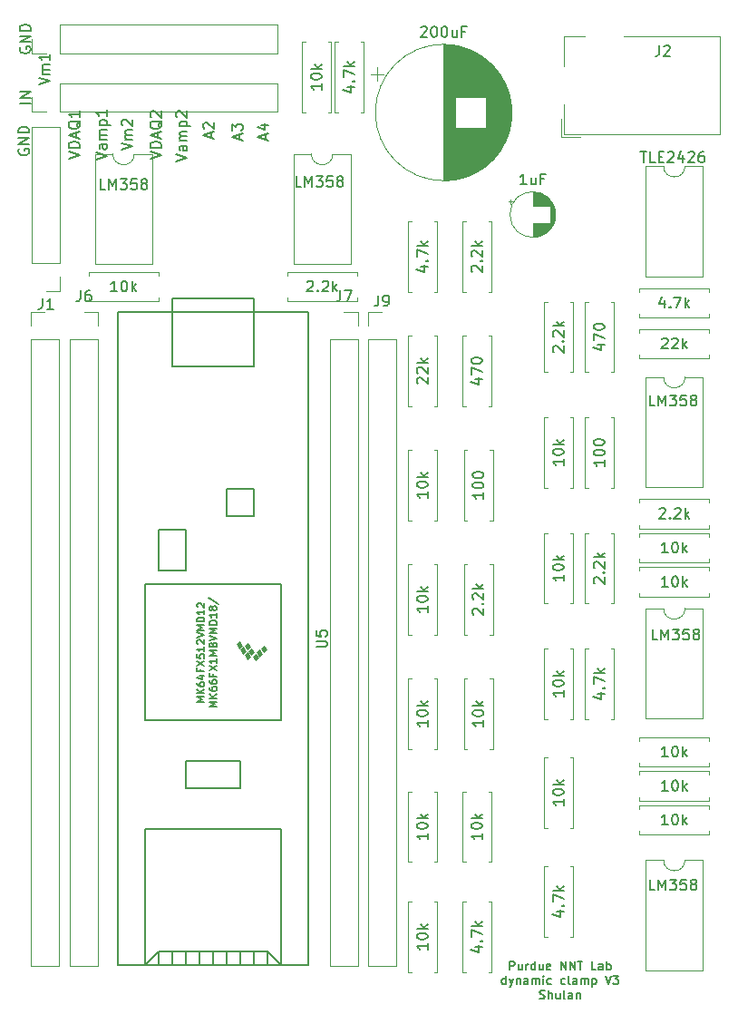
<source format=gbr>
%TF.GenerationSoftware,KiCad,Pcbnew,(5.1.10)-1*%
%TF.CreationDate,2023-07-22T23:02:34-04:00*%
%TF.ProjectId,dynamic clamp pcb,64796e61-6d69-4632-9063-6c616d702070,rev?*%
%TF.SameCoordinates,Original*%
%TF.FileFunction,Legend,Top*%
%TF.FilePolarity,Positive*%
%FSLAX46Y46*%
G04 Gerber Fmt 4.6, Leading zero omitted, Abs format (unit mm)*
G04 Created by KiCad (PCBNEW (5.1.10)-1) date 2023-07-22 23:02:34*
%MOMM*%
%LPD*%
G01*
G04 APERTURE LIST*
%ADD10C,0.150000*%
%ADD11C,0.120000*%
%ADD12C,0.100000*%
G04 APERTURE END LIST*
D10*
X41822666Y-93297285D02*
X41822666Y-92821095D01*
X42108380Y-93392523D02*
X41108380Y-93059190D01*
X42108380Y-92725857D01*
X41441714Y-91963952D02*
X42108380Y-91963952D01*
X41060761Y-92202047D02*
X41775047Y-92440142D01*
X41775047Y-91821095D01*
X39409666Y-93297285D02*
X39409666Y-92821095D01*
X39695380Y-93392523D02*
X38695380Y-93059190D01*
X39695380Y-92725857D01*
X38695380Y-92487761D02*
X38695380Y-91868714D01*
X39076333Y-92202047D01*
X39076333Y-92059190D01*
X39123952Y-91963952D01*
X39171571Y-91916333D01*
X39266809Y-91868714D01*
X39504904Y-91868714D01*
X39600142Y-91916333D01*
X39647761Y-91963952D01*
X39695380Y-92059190D01*
X39695380Y-92344904D01*
X39647761Y-92440142D01*
X39600142Y-92487761D01*
X36742666Y-93170285D02*
X36742666Y-92694095D01*
X37028380Y-93265523D02*
X36028380Y-92932190D01*
X37028380Y-92598857D01*
X36123619Y-92313142D02*
X36076000Y-92265523D01*
X36028380Y-92170285D01*
X36028380Y-91932190D01*
X36076000Y-91836952D01*
X36123619Y-91789333D01*
X36218857Y-91741714D01*
X36314095Y-91741714D01*
X36456952Y-91789333D01*
X37028380Y-92360761D01*
X37028380Y-91741714D01*
X33488380Y-95344952D02*
X34488380Y-95011619D01*
X33488380Y-94678285D01*
X34488380Y-93916380D02*
X33964571Y-93916380D01*
X33869333Y-93964000D01*
X33821714Y-94059238D01*
X33821714Y-94249714D01*
X33869333Y-94344952D01*
X34440761Y-93916380D02*
X34488380Y-94011619D01*
X34488380Y-94249714D01*
X34440761Y-94344952D01*
X34345523Y-94392571D01*
X34250285Y-94392571D01*
X34155047Y-94344952D01*
X34107428Y-94249714D01*
X34107428Y-94011619D01*
X34059809Y-93916380D01*
X34488380Y-93440190D02*
X33821714Y-93440190D01*
X33916952Y-93440190D02*
X33869333Y-93392571D01*
X33821714Y-93297333D01*
X33821714Y-93154476D01*
X33869333Y-93059238D01*
X33964571Y-93011619D01*
X34488380Y-93011619D01*
X33964571Y-93011619D02*
X33869333Y-92964000D01*
X33821714Y-92868761D01*
X33821714Y-92725904D01*
X33869333Y-92630666D01*
X33964571Y-92583047D01*
X34488380Y-92583047D01*
X33821714Y-92106857D02*
X34821714Y-92106857D01*
X33869333Y-92106857D02*
X33821714Y-92011619D01*
X33821714Y-91821142D01*
X33869333Y-91725904D01*
X33916952Y-91678285D01*
X34012190Y-91630666D01*
X34297904Y-91630666D01*
X34393142Y-91678285D01*
X34440761Y-91725904D01*
X34488380Y-91821142D01*
X34488380Y-92011619D01*
X34440761Y-92106857D01*
X33583619Y-91249714D02*
X33536000Y-91202095D01*
X33488380Y-91106857D01*
X33488380Y-90868761D01*
X33536000Y-90773523D01*
X33583619Y-90725904D01*
X33678857Y-90678285D01*
X33774095Y-90678285D01*
X33916952Y-90725904D01*
X34488380Y-91297333D01*
X34488380Y-90678285D01*
X31075380Y-95098904D02*
X32075380Y-94765571D01*
X31075380Y-94432238D01*
X32075380Y-94098904D02*
X31075380Y-94098904D01*
X31075380Y-93860809D01*
X31123000Y-93717952D01*
X31218238Y-93622714D01*
X31313476Y-93575095D01*
X31503952Y-93527476D01*
X31646809Y-93527476D01*
X31837285Y-93575095D01*
X31932523Y-93622714D01*
X32027761Y-93717952D01*
X32075380Y-93860809D01*
X32075380Y-94098904D01*
X31789666Y-93146523D02*
X31789666Y-92670333D01*
X32075380Y-93241761D02*
X31075380Y-92908428D01*
X32075380Y-92575095D01*
X32170619Y-91575095D02*
X32123000Y-91670333D01*
X32027761Y-91765571D01*
X31884904Y-91908428D01*
X31837285Y-92003666D01*
X31837285Y-92098904D01*
X32075380Y-92051285D02*
X32027761Y-92146523D01*
X31932523Y-92241761D01*
X31742047Y-92289380D01*
X31408714Y-92289380D01*
X31218238Y-92241761D01*
X31123000Y-92146523D01*
X31075380Y-92051285D01*
X31075380Y-91860809D01*
X31123000Y-91765571D01*
X31218238Y-91670333D01*
X31408714Y-91622714D01*
X31742047Y-91622714D01*
X31932523Y-91670333D01*
X32027761Y-91765571D01*
X32075380Y-91860809D01*
X32075380Y-92051285D01*
X31170619Y-91241761D02*
X31123000Y-91194142D01*
X31075380Y-91098904D01*
X31075380Y-90860809D01*
X31123000Y-90765571D01*
X31170619Y-90717952D01*
X31265857Y-90670333D01*
X31361095Y-90670333D01*
X31503952Y-90717952D01*
X32075380Y-91289380D01*
X32075380Y-90670333D01*
X28408380Y-94313190D02*
X29408380Y-93979857D01*
X28408380Y-93646523D01*
X29408380Y-93313190D02*
X28741714Y-93313190D01*
X28836952Y-93313190D02*
X28789333Y-93265571D01*
X28741714Y-93170333D01*
X28741714Y-93027476D01*
X28789333Y-92932238D01*
X28884571Y-92884619D01*
X29408380Y-92884619D01*
X28884571Y-92884619D02*
X28789333Y-92837000D01*
X28741714Y-92741761D01*
X28741714Y-92598904D01*
X28789333Y-92503666D01*
X28884571Y-92456047D01*
X29408380Y-92456047D01*
X28503619Y-92027476D02*
X28456000Y-91979857D01*
X28408380Y-91884619D01*
X28408380Y-91646523D01*
X28456000Y-91551285D01*
X28503619Y-91503666D01*
X28598857Y-91456047D01*
X28694095Y-91456047D01*
X28836952Y-91503666D01*
X29408380Y-92075095D01*
X29408380Y-91456047D01*
X25995380Y-95217952D02*
X26995380Y-94884619D01*
X25995380Y-94551285D01*
X26995380Y-93789380D02*
X26471571Y-93789380D01*
X26376333Y-93837000D01*
X26328714Y-93932238D01*
X26328714Y-94122714D01*
X26376333Y-94217952D01*
X26947761Y-93789380D02*
X26995380Y-93884619D01*
X26995380Y-94122714D01*
X26947761Y-94217952D01*
X26852523Y-94265571D01*
X26757285Y-94265571D01*
X26662047Y-94217952D01*
X26614428Y-94122714D01*
X26614428Y-93884619D01*
X26566809Y-93789380D01*
X26995380Y-93313190D02*
X26328714Y-93313190D01*
X26423952Y-93313190D02*
X26376333Y-93265571D01*
X26328714Y-93170333D01*
X26328714Y-93027476D01*
X26376333Y-92932238D01*
X26471571Y-92884619D01*
X26995380Y-92884619D01*
X26471571Y-92884619D02*
X26376333Y-92837000D01*
X26328714Y-92741761D01*
X26328714Y-92598904D01*
X26376333Y-92503666D01*
X26471571Y-92456047D01*
X26995380Y-92456047D01*
X26328714Y-91979857D02*
X27328714Y-91979857D01*
X26376333Y-91979857D02*
X26328714Y-91884619D01*
X26328714Y-91694142D01*
X26376333Y-91598904D01*
X26423952Y-91551285D01*
X26519190Y-91503666D01*
X26804904Y-91503666D01*
X26900142Y-91551285D01*
X26947761Y-91598904D01*
X26995380Y-91694142D01*
X26995380Y-91884619D01*
X26947761Y-91979857D01*
X26995380Y-90551285D02*
X26995380Y-91122714D01*
X26995380Y-90837000D02*
X25995380Y-90837000D01*
X26138238Y-90932238D01*
X26233476Y-91027476D01*
X26281095Y-91122714D01*
X23455380Y-95098904D02*
X24455380Y-94765571D01*
X23455380Y-94432238D01*
X24455380Y-94098904D02*
X23455380Y-94098904D01*
X23455380Y-93860809D01*
X23503000Y-93717952D01*
X23598238Y-93622714D01*
X23693476Y-93575095D01*
X23883952Y-93527476D01*
X24026809Y-93527476D01*
X24217285Y-93575095D01*
X24312523Y-93622714D01*
X24407761Y-93717952D01*
X24455380Y-93860809D01*
X24455380Y-94098904D01*
X24169666Y-93146523D02*
X24169666Y-92670333D01*
X24455380Y-93241761D02*
X23455380Y-92908428D01*
X24455380Y-92575095D01*
X24550619Y-91575095D02*
X24503000Y-91670333D01*
X24407761Y-91765571D01*
X24264904Y-91908428D01*
X24217285Y-92003666D01*
X24217285Y-92098904D01*
X24455380Y-92051285D02*
X24407761Y-92146523D01*
X24312523Y-92241761D01*
X24122047Y-92289380D01*
X23788714Y-92289380D01*
X23598238Y-92241761D01*
X23503000Y-92146523D01*
X23455380Y-92051285D01*
X23455380Y-91860809D01*
X23503000Y-91765571D01*
X23598238Y-91670333D01*
X23788714Y-91622714D01*
X24122047Y-91622714D01*
X24312523Y-91670333D01*
X24407761Y-91765571D01*
X24455380Y-91860809D01*
X24455380Y-92051285D01*
X24455380Y-90670333D02*
X24455380Y-91241761D01*
X24455380Y-90956047D02*
X23455380Y-90956047D01*
X23598238Y-91051285D01*
X23693476Y-91146523D01*
X23741095Y-91241761D01*
X20661380Y-88217190D02*
X21661380Y-87883857D01*
X20661380Y-87550523D01*
X21661380Y-87217190D02*
X20994714Y-87217190D01*
X21089952Y-87217190D02*
X21042333Y-87169571D01*
X20994714Y-87074333D01*
X20994714Y-86931476D01*
X21042333Y-86836238D01*
X21137571Y-86788619D01*
X21661380Y-86788619D01*
X21137571Y-86788619D02*
X21042333Y-86741000D01*
X20994714Y-86645761D01*
X20994714Y-86502904D01*
X21042333Y-86407666D01*
X21137571Y-86360047D01*
X21661380Y-86360047D01*
X21661380Y-85360047D02*
X21661380Y-85931476D01*
X21661380Y-85645761D02*
X20661380Y-85645761D01*
X20804238Y-85741000D01*
X20899476Y-85836238D01*
X20947095Y-85931476D01*
X64656285Y-170842904D02*
X64656285Y-170042904D01*
X64961047Y-170042904D01*
X65037238Y-170081000D01*
X65075333Y-170119095D01*
X65113428Y-170195285D01*
X65113428Y-170309571D01*
X65075333Y-170385761D01*
X65037238Y-170423857D01*
X64961047Y-170461952D01*
X64656285Y-170461952D01*
X65799142Y-170309571D02*
X65799142Y-170842904D01*
X65456285Y-170309571D02*
X65456285Y-170728619D01*
X65494380Y-170804809D01*
X65570571Y-170842904D01*
X65684857Y-170842904D01*
X65761047Y-170804809D01*
X65799142Y-170766714D01*
X66180095Y-170842904D02*
X66180095Y-170309571D01*
X66180095Y-170461952D02*
X66218190Y-170385761D01*
X66256285Y-170347666D01*
X66332476Y-170309571D01*
X66408666Y-170309571D01*
X67018190Y-170842904D02*
X67018190Y-170042904D01*
X67018190Y-170804809D02*
X66942000Y-170842904D01*
X66789619Y-170842904D01*
X66713428Y-170804809D01*
X66675333Y-170766714D01*
X66637238Y-170690523D01*
X66637238Y-170461952D01*
X66675333Y-170385761D01*
X66713428Y-170347666D01*
X66789619Y-170309571D01*
X66942000Y-170309571D01*
X67018190Y-170347666D01*
X67742000Y-170309571D02*
X67742000Y-170842904D01*
X67399142Y-170309571D02*
X67399142Y-170728619D01*
X67437238Y-170804809D01*
X67513428Y-170842904D01*
X67627714Y-170842904D01*
X67703904Y-170804809D01*
X67742000Y-170766714D01*
X68427714Y-170804809D02*
X68351523Y-170842904D01*
X68199142Y-170842904D01*
X68122952Y-170804809D01*
X68084857Y-170728619D01*
X68084857Y-170423857D01*
X68122952Y-170347666D01*
X68199142Y-170309571D01*
X68351523Y-170309571D01*
X68427714Y-170347666D01*
X68465809Y-170423857D01*
X68465809Y-170500047D01*
X68084857Y-170576238D01*
X69418190Y-170842904D02*
X69418190Y-170042904D01*
X69875333Y-170842904D01*
X69875333Y-170042904D01*
X70256285Y-170842904D02*
X70256285Y-170042904D01*
X70713428Y-170842904D01*
X70713428Y-170042904D01*
X70980095Y-170042904D02*
X71437238Y-170042904D01*
X71208666Y-170842904D02*
X71208666Y-170042904D01*
X72694380Y-170842904D02*
X72313428Y-170842904D01*
X72313428Y-170042904D01*
X73303904Y-170842904D02*
X73303904Y-170423857D01*
X73265809Y-170347666D01*
X73189619Y-170309571D01*
X73037238Y-170309571D01*
X72961047Y-170347666D01*
X73303904Y-170804809D02*
X73227714Y-170842904D01*
X73037238Y-170842904D01*
X72961047Y-170804809D01*
X72922952Y-170728619D01*
X72922952Y-170652428D01*
X72961047Y-170576238D01*
X73037238Y-170538142D01*
X73227714Y-170538142D01*
X73303904Y-170500047D01*
X73684857Y-170842904D02*
X73684857Y-170042904D01*
X73684857Y-170347666D02*
X73761047Y-170309571D01*
X73913428Y-170309571D01*
X73989619Y-170347666D01*
X74027714Y-170385761D01*
X74065809Y-170461952D01*
X74065809Y-170690523D01*
X74027714Y-170766714D01*
X73989619Y-170804809D01*
X73913428Y-170842904D01*
X73761047Y-170842904D01*
X73684857Y-170804809D01*
X64275333Y-172192904D02*
X64275333Y-171392904D01*
X64275333Y-172154809D02*
X64199142Y-172192904D01*
X64046761Y-172192904D01*
X63970571Y-172154809D01*
X63932476Y-172116714D01*
X63894380Y-172040523D01*
X63894380Y-171811952D01*
X63932476Y-171735761D01*
X63970571Y-171697666D01*
X64046761Y-171659571D01*
X64199142Y-171659571D01*
X64275333Y-171697666D01*
X64580095Y-171659571D02*
X64770571Y-172192904D01*
X64961047Y-171659571D02*
X64770571Y-172192904D01*
X64694380Y-172383380D01*
X64656285Y-172421476D01*
X64580095Y-172459571D01*
X65265809Y-171659571D02*
X65265809Y-172192904D01*
X65265809Y-171735761D02*
X65303904Y-171697666D01*
X65380095Y-171659571D01*
X65494380Y-171659571D01*
X65570571Y-171697666D01*
X65608666Y-171773857D01*
X65608666Y-172192904D01*
X66332476Y-172192904D02*
X66332476Y-171773857D01*
X66294380Y-171697666D01*
X66218190Y-171659571D01*
X66065809Y-171659571D01*
X65989619Y-171697666D01*
X66332476Y-172154809D02*
X66256285Y-172192904D01*
X66065809Y-172192904D01*
X65989619Y-172154809D01*
X65951523Y-172078619D01*
X65951523Y-172002428D01*
X65989619Y-171926238D01*
X66065809Y-171888142D01*
X66256285Y-171888142D01*
X66332476Y-171850047D01*
X66713428Y-172192904D02*
X66713428Y-171659571D01*
X66713428Y-171735761D02*
X66751523Y-171697666D01*
X66827714Y-171659571D01*
X66942000Y-171659571D01*
X67018190Y-171697666D01*
X67056285Y-171773857D01*
X67056285Y-172192904D01*
X67056285Y-171773857D02*
X67094380Y-171697666D01*
X67170571Y-171659571D01*
X67284857Y-171659571D01*
X67361047Y-171697666D01*
X67399142Y-171773857D01*
X67399142Y-172192904D01*
X67780095Y-172192904D02*
X67780095Y-171659571D01*
X67780095Y-171392904D02*
X67742000Y-171431000D01*
X67780095Y-171469095D01*
X67818190Y-171431000D01*
X67780095Y-171392904D01*
X67780095Y-171469095D01*
X68503904Y-172154809D02*
X68427714Y-172192904D01*
X68275333Y-172192904D01*
X68199142Y-172154809D01*
X68161047Y-172116714D01*
X68122952Y-172040523D01*
X68122952Y-171811952D01*
X68161047Y-171735761D01*
X68199142Y-171697666D01*
X68275333Y-171659571D01*
X68427714Y-171659571D01*
X68503904Y-171697666D01*
X69799142Y-172154809D02*
X69722952Y-172192904D01*
X69570571Y-172192904D01*
X69494380Y-172154809D01*
X69456285Y-172116714D01*
X69418190Y-172040523D01*
X69418190Y-171811952D01*
X69456285Y-171735761D01*
X69494380Y-171697666D01*
X69570571Y-171659571D01*
X69722952Y-171659571D01*
X69799142Y-171697666D01*
X70256285Y-172192904D02*
X70180095Y-172154809D01*
X70142000Y-172078619D01*
X70142000Y-171392904D01*
X70903904Y-172192904D02*
X70903904Y-171773857D01*
X70865809Y-171697666D01*
X70789619Y-171659571D01*
X70637238Y-171659571D01*
X70561047Y-171697666D01*
X70903904Y-172154809D02*
X70827714Y-172192904D01*
X70637238Y-172192904D01*
X70561047Y-172154809D01*
X70522952Y-172078619D01*
X70522952Y-172002428D01*
X70561047Y-171926238D01*
X70637238Y-171888142D01*
X70827714Y-171888142D01*
X70903904Y-171850047D01*
X71284857Y-172192904D02*
X71284857Y-171659571D01*
X71284857Y-171735761D02*
X71322952Y-171697666D01*
X71399142Y-171659571D01*
X71513428Y-171659571D01*
X71589619Y-171697666D01*
X71627714Y-171773857D01*
X71627714Y-172192904D01*
X71627714Y-171773857D02*
X71665809Y-171697666D01*
X71742000Y-171659571D01*
X71856285Y-171659571D01*
X71932476Y-171697666D01*
X71970571Y-171773857D01*
X71970571Y-172192904D01*
X72351523Y-171659571D02*
X72351523Y-172459571D01*
X72351523Y-171697666D02*
X72427714Y-171659571D01*
X72580095Y-171659571D01*
X72656285Y-171697666D01*
X72694380Y-171735761D01*
X72732476Y-171811952D01*
X72732476Y-172040523D01*
X72694380Y-172116714D01*
X72656285Y-172154809D01*
X72580095Y-172192904D01*
X72427714Y-172192904D01*
X72351523Y-172154809D01*
X73570571Y-171392904D02*
X73837238Y-172192904D01*
X74103904Y-171392904D01*
X74294380Y-171392904D02*
X74789619Y-171392904D01*
X74522952Y-171697666D01*
X74637238Y-171697666D01*
X74713428Y-171735761D01*
X74751523Y-171773857D01*
X74789619Y-171850047D01*
X74789619Y-172040523D01*
X74751523Y-172116714D01*
X74713428Y-172154809D01*
X74637238Y-172192904D01*
X74408666Y-172192904D01*
X74332476Y-172154809D01*
X74294380Y-172116714D01*
X67456285Y-173504809D02*
X67570571Y-173542904D01*
X67761047Y-173542904D01*
X67837238Y-173504809D01*
X67875333Y-173466714D01*
X67913428Y-173390523D01*
X67913428Y-173314333D01*
X67875333Y-173238142D01*
X67837238Y-173200047D01*
X67761047Y-173161952D01*
X67608666Y-173123857D01*
X67532476Y-173085761D01*
X67494380Y-173047666D01*
X67456285Y-172971476D01*
X67456285Y-172895285D01*
X67494380Y-172819095D01*
X67532476Y-172781000D01*
X67608666Y-172742904D01*
X67799142Y-172742904D01*
X67913428Y-172781000D01*
X68256285Y-173542904D02*
X68256285Y-172742904D01*
X68599142Y-173542904D02*
X68599142Y-173123857D01*
X68561047Y-173047666D01*
X68484857Y-173009571D01*
X68370571Y-173009571D01*
X68294380Y-173047666D01*
X68256285Y-173085761D01*
X69322952Y-173009571D02*
X69322952Y-173542904D01*
X68980095Y-173009571D02*
X68980095Y-173428619D01*
X69018190Y-173504809D01*
X69094380Y-173542904D01*
X69208666Y-173542904D01*
X69284857Y-173504809D01*
X69322952Y-173466714D01*
X69818190Y-173542904D02*
X69742000Y-173504809D01*
X69703904Y-173428619D01*
X69703904Y-172742904D01*
X70465809Y-173542904D02*
X70465809Y-173123857D01*
X70427714Y-173047666D01*
X70351523Y-173009571D01*
X70199142Y-173009571D01*
X70122952Y-173047666D01*
X70465809Y-173504809D02*
X70389619Y-173542904D01*
X70199142Y-173542904D01*
X70122952Y-173504809D01*
X70084857Y-173428619D01*
X70084857Y-173352428D01*
X70122952Y-173276238D01*
X70199142Y-173238142D01*
X70389619Y-173238142D01*
X70465809Y-173200047D01*
X70846761Y-173009571D02*
X70846761Y-173542904D01*
X70846761Y-173085761D02*
X70884857Y-173047666D01*
X70961047Y-173009571D01*
X71075333Y-173009571D01*
X71151523Y-173047666D01*
X71189619Y-173123857D01*
X71189619Y-173542904D01*
D11*
%TO.C,10k*%
X57885000Y-133001000D02*
X57555000Y-133001000D01*
X57885000Y-139541000D02*
X57885000Y-133001000D01*
X57555000Y-139541000D02*
X57885000Y-139541000D01*
X55145000Y-133001000D02*
X55475000Y-133001000D01*
X55145000Y-139541000D02*
X55145000Y-133001000D01*
X55475000Y-139541000D02*
X55145000Y-139541000D01*
X83280000Y-151865000D02*
X83280000Y-151535000D01*
X76740000Y-151865000D02*
X83280000Y-151865000D01*
X76740000Y-151535000D02*
X76740000Y-151865000D01*
X83280000Y-149125000D02*
X83280000Y-149455000D01*
X76740000Y-149125000D02*
X83280000Y-149125000D01*
X76740000Y-149455000D02*
X76740000Y-149125000D01*
%TO.C,200uF*%
X64830000Y-90805000D02*
G75*
G03*
X64830000Y-90805000I-6370000J0D01*
G01*
X58460000Y-84475000D02*
X58460000Y-97135000D01*
X58500000Y-84475000D02*
X58500000Y-97135000D01*
X58540000Y-84475000D02*
X58540000Y-97135000D01*
X58580000Y-84476000D02*
X58580000Y-97134000D01*
X58620000Y-84477000D02*
X58620000Y-97133000D01*
X58660000Y-84478000D02*
X58660000Y-97132000D01*
X58700000Y-84479000D02*
X58700000Y-97131000D01*
X58740000Y-84481000D02*
X58740000Y-97129000D01*
X58780000Y-84483000D02*
X58780000Y-97127000D01*
X58820000Y-84485000D02*
X58820000Y-97125000D01*
X58860000Y-84487000D02*
X58860000Y-97123000D01*
X58900000Y-84490000D02*
X58900000Y-97120000D01*
X58940000Y-84493000D02*
X58940000Y-97117000D01*
X58980000Y-84496000D02*
X58980000Y-97114000D01*
X59020000Y-84499000D02*
X59020000Y-97111000D01*
X59060000Y-84503000D02*
X59060000Y-97107000D01*
X59100000Y-84507000D02*
X59100000Y-97103000D01*
X59140000Y-84511000D02*
X59140000Y-97099000D01*
X59181000Y-84515000D02*
X59181000Y-97095000D01*
X59221000Y-84520000D02*
X59221000Y-97090000D01*
X59261000Y-84525000D02*
X59261000Y-97085000D01*
X59301000Y-84530000D02*
X59301000Y-97080000D01*
X59341000Y-84536000D02*
X59341000Y-97074000D01*
X59381000Y-84541000D02*
X59381000Y-97069000D01*
X59421000Y-84547000D02*
X59421000Y-97063000D01*
X59461000Y-84553000D02*
X59461000Y-97057000D01*
X59501000Y-84560000D02*
X59501000Y-97050000D01*
X59541000Y-84567000D02*
X59541000Y-89365000D01*
X59541000Y-92245000D02*
X59541000Y-97043000D01*
X59581000Y-84574000D02*
X59581000Y-89365000D01*
X59581000Y-92245000D02*
X59581000Y-97036000D01*
X59621000Y-84581000D02*
X59621000Y-89365000D01*
X59621000Y-92245000D02*
X59621000Y-97029000D01*
X59661000Y-84589000D02*
X59661000Y-89365000D01*
X59661000Y-92245000D02*
X59661000Y-97021000D01*
X59701000Y-84596000D02*
X59701000Y-89365000D01*
X59701000Y-92245000D02*
X59701000Y-97014000D01*
X59741000Y-84604000D02*
X59741000Y-89365000D01*
X59741000Y-92245000D02*
X59741000Y-97006000D01*
X59781000Y-84613000D02*
X59781000Y-89365000D01*
X59781000Y-92245000D02*
X59781000Y-96997000D01*
X59821000Y-84621000D02*
X59821000Y-89365000D01*
X59821000Y-92245000D02*
X59821000Y-96989000D01*
X59861000Y-84630000D02*
X59861000Y-89365000D01*
X59861000Y-92245000D02*
X59861000Y-96980000D01*
X59901000Y-84639000D02*
X59901000Y-89365000D01*
X59901000Y-92245000D02*
X59901000Y-96971000D01*
X59941000Y-84649000D02*
X59941000Y-89365000D01*
X59941000Y-92245000D02*
X59941000Y-96961000D01*
X59981000Y-84659000D02*
X59981000Y-89365000D01*
X59981000Y-92245000D02*
X59981000Y-96951000D01*
X60021000Y-84668000D02*
X60021000Y-89365000D01*
X60021000Y-92245000D02*
X60021000Y-96942000D01*
X60061000Y-84679000D02*
X60061000Y-89365000D01*
X60061000Y-92245000D02*
X60061000Y-96931000D01*
X60101000Y-84689000D02*
X60101000Y-89365000D01*
X60101000Y-92245000D02*
X60101000Y-96921000D01*
X60141000Y-84700000D02*
X60141000Y-89365000D01*
X60141000Y-92245000D02*
X60141000Y-96910000D01*
X60181000Y-84711000D02*
X60181000Y-89365000D01*
X60181000Y-92245000D02*
X60181000Y-96899000D01*
X60221000Y-84722000D02*
X60221000Y-89365000D01*
X60221000Y-92245000D02*
X60221000Y-96888000D01*
X60261000Y-84734000D02*
X60261000Y-89365000D01*
X60261000Y-92245000D02*
X60261000Y-96876000D01*
X60301000Y-84746000D02*
X60301000Y-89365000D01*
X60301000Y-92245000D02*
X60301000Y-96864000D01*
X60341000Y-84758000D02*
X60341000Y-89365000D01*
X60341000Y-92245000D02*
X60341000Y-96852000D01*
X60381000Y-84771000D02*
X60381000Y-89365000D01*
X60381000Y-92245000D02*
X60381000Y-96839000D01*
X60421000Y-84784000D02*
X60421000Y-89365000D01*
X60421000Y-92245000D02*
X60421000Y-96826000D01*
X60461000Y-84797000D02*
X60461000Y-89365000D01*
X60461000Y-92245000D02*
X60461000Y-96813000D01*
X60501000Y-84810000D02*
X60501000Y-89365000D01*
X60501000Y-92245000D02*
X60501000Y-96800000D01*
X60541000Y-84824000D02*
X60541000Y-89365000D01*
X60541000Y-92245000D02*
X60541000Y-96786000D01*
X60581000Y-84838000D02*
X60581000Y-89365000D01*
X60581000Y-92245000D02*
X60581000Y-96772000D01*
X60621000Y-84852000D02*
X60621000Y-89365000D01*
X60621000Y-92245000D02*
X60621000Y-96758000D01*
X60661000Y-84866000D02*
X60661000Y-89365000D01*
X60661000Y-92245000D02*
X60661000Y-96744000D01*
X60701000Y-84881000D02*
X60701000Y-89365000D01*
X60701000Y-92245000D02*
X60701000Y-96729000D01*
X60741000Y-84897000D02*
X60741000Y-89365000D01*
X60741000Y-92245000D02*
X60741000Y-96713000D01*
X60781000Y-84912000D02*
X60781000Y-89365000D01*
X60781000Y-92245000D02*
X60781000Y-96698000D01*
X60821000Y-84928000D02*
X60821000Y-89365000D01*
X60821000Y-92245000D02*
X60821000Y-96682000D01*
X60861000Y-84944000D02*
X60861000Y-89365000D01*
X60861000Y-92245000D02*
X60861000Y-96666000D01*
X60901000Y-84960000D02*
X60901000Y-89365000D01*
X60901000Y-92245000D02*
X60901000Y-96650000D01*
X60941000Y-84977000D02*
X60941000Y-89365000D01*
X60941000Y-92245000D02*
X60941000Y-96633000D01*
X60981000Y-84994000D02*
X60981000Y-89365000D01*
X60981000Y-92245000D02*
X60981000Y-96616000D01*
X61021000Y-85012000D02*
X61021000Y-89365000D01*
X61021000Y-92245000D02*
X61021000Y-96598000D01*
X61061000Y-85029000D02*
X61061000Y-89365000D01*
X61061000Y-92245000D02*
X61061000Y-96581000D01*
X61101000Y-85047000D02*
X61101000Y-89365000D01*
X61101000Y-92245000D02*
X61101000Y-96563000D01*
X61141000Y-85066000D02*
X61141000Y-89365000D01*
X61141000Y-92245000D02*
X61141000Y-96544000D01*
X61181000Y-85084000D02*
X61181000Y-89365000D01*
X61181000Y-92245000D02*
X61181000Y-96526000D01*
X61221000Y-85103000D02*
X61221000Y-89365000D01*
X61221000Y-92245000D02*
X61221000Y-96507000D01*
X61261000Y-85123000D02*
X61261000Y-89365000D01*
X61261000Y-92245000D02*
X61261000Y-96487000D01*
X61301000Y-85143000D02*
X61301000Y-89365000D01*
X61301000Y-92245000D02*
X61301000Y-96467000D01*
X61341000Y-85163000D02*
X61341000Y-89365000D01*
X61341000Y-92245000D02*
X61341000Y-96447000D01*
X61381000Y-85183000D02*
X61381000Y-89365000D01*
X61381000Y-92245000D02*
X61381000Y-96427000D01*
X61421000Y-85204000D02*
X61421000Y-89365000D01*
X61421000Y-92245000D02*
X61421000Y-96406000D01*
X61461000Y-85225000D02*
X61461000Y-89365000D01*
X61461000Y-92245000D02*
X61461000Y-96385000D01*
X61501000Y-85247000D02*
X61501000Y-89365000D01*
X61501000Y-92245000D02*
X61501000Y-96363000D01*
X61541000Y-85269000D02*
X61541000Y-89365000D01*
X61541000Y-92245000D02*
X61541000Y-96341000D01*
X61581000Y-85291000D02*
X61581000Y-89365000D01*
X61581000Y-92245000D02*
X61581000Y-96319000D01*
X61621000Y-85314000D02*
X61621000Y-89365000D01*
X61621000Y-92245000D02*
X61621000Y-96296000D01*
X61661000Y-85337000D02*
X61661000Y-89365000D01*
X61661000Y-92245000D02*
X61661000Y-96273000D01*
X61701000Y-85360000D02*
X61701000Y-89365000D01*
X61701000Y-92245000D02*
X61701000Y-96250000D01*
X61741000Y-85384000D02*
X61741000Y-89365000D01*
X61741000Y-92245000D02*
X61741000Y-96226000D01*
X61781000Y-85408000D02*
X61781000Y-89365000D01*
X61781000Y-92245000D02*
X61781000Y-96202000D01*
X61821000Y-85433000D02*
X61821000Y-89365000D01*
X61821000Y-92245000D02*
X61821000Y-96177000D01*
X61861000Y-85458000D02*
X61861000Y-89365000D01*
X61861000Y-92245000D02*
X61861000Y-96152000D01*
X61901000Y-85483000D02*
X61901000Y-89365000D01*
X61901000Y-92245000D02*
X61901000Y-96127000D01*
X61941000Y-85509000D02*
X61941000Y-89365000D01*
X61941000Y-92245000D02*
X61941000Y-96101000D01*
X61981000Y-85535000D02*
X61981000Y-89365000D01*
X61981000Y-92245000D02*
X61981000Y-96075000D01*
X62021000Y-85562000D02*
X62021000Y-89365000D01*
X62021000Y-92245000D02*
X62021000Y-96048000D01*
X62061000Y-85589000D02*
X62061000Y-89365000D01*
X62061000Y-92245000D02*
X62061000Y-96021000D01*
X62101000Y-85617000D02*
X62101000Y-89365000D01*
X62101000Y-92245000D02*
X62101000Y-95993000D01*
X62141000Y-85645000D02*
X62141000Y-89365000D01*
X62141000Y-92245000D02*
X62141000Y-95965000D01*
X62181000Y-85674000D02*
X62181000Y-89365000D01*
X62181000Y-92245000D02*
X62181000Y-95936000D01*
X62221000Y-85703000D02*
X62221000Y-89365000D01*
X62221000Y-92245000D02*
X62221000Y-95907000D01*
X62261000Y-85732000D02*
X62261000Y-89365000D01*
X62261000Y-92245000D02*
X62261000Y-95878000D01*
X62301000Y-85762000D02*
X62301000Y-89365000D01*
X62301000Y-92245000D02*
X62301000Y-95848000D01*
X62341000Y-85793000D02*
X62341000Y-89365000D01*
X62341000Y-92245000D02*
X62341000Y-95817000D01*
X62381000Y-85823000D02*
X62381000Y-89365000D01*
X62381000Y-92245000D02*
X62381000Y-95787000D01*
X62421000Y-85855000D02*
X62421000Y-95755000D01*
X62461000Y-85887000D02*
X62461000Y-95723000D01*
X62501000Y-85920000D02*
X62501000Y-95690000D01*
X62541000Y-85953000D02*
X62541000Y-95657000D01*
X62581000Y-85986000D02*
X62581000Y-95624000D01*
X62621000Y-86020000D02*
X62621000Y-95590000D01*
X62661000Y-86055000D02*
X62661000Y-95555000D01*
X62701000Y-86091000D02*
X62701000Y-95519000D01*
X62741000Y-86127000D02*
X62741000Y-95483000D01*
X62781000Y-86163000D02*
X62781000Y-95447000D01*
X62821000Y-86200000D02*
X62821000Y-95410000D01*
X62861000Y-86238000D02*
X62861000Y-95372000D01*
X62901000Y-86277000D02*
X62901000Y-95333000D01*
X62941000Y-86316000D02*
X62941000Y-95294000D01*
X62981000Y-86356000D02*
X62981000Y-95254000D01*
X63021000Y-86397000D02*
X63021000Y-95213000D01*
X63061000Y-86438000D02*
X63061000Y-95172000D01*
X63101000Y-86480000D02*
X63101000Y-95130000D01*
X63141000Y-86523000D02*
X63141000Y-95087000D01*
X63181000Y-86567000D02*
X63181000Y-95043000D01*
X63221000Y-86611000D02*
X63221000Y-94999000D01*
X63261000Y-86657000D02*
X63261000Y-94953000D01*
X63301000Y-86703000D02*
X63301000Y-94907000D01*
X63341000Y-86750000D02*
X63341000Y-94860000D01*
X63381000Y-86798000D02*
X63381000Y-94812000D01*
X63421000Y-86848000D02*
X63421000Y-94762000D01*
X63461000Y-86898000D02*
X63461000Y-94712000D01*
X63501000Y-86949000D02*
X63501000Y-94661000D01*
X63541000Y-87001000D02*
X63541000Y-94609000D01*
X63581000Y-87055000D02*
X63581000Y-94555000D01*
X63621000Y-87109000D02*
X63621000Y-94501000D01*
X63661000Y-87165000D02*
X63661000Y-94445000D01*
X63701000Y-87222000D02*
X63701000Y-94388000D01*
X63741000Y-87281000D02*
X63741000Y-94329000D01*
X63781000Y-87341000D02*
X63781000Y-94269000D01*
X63821000Y-87403000D02*
X63821000Y-94207000D01*
X63861000Y-87466000D02*
X63861000Y-94144000D01*
X63901000Y-87530000D02*
X63901000Y-94080000D01*
X63941000Y-87597000D02*
X63941000Y-94013000D01*
X63981000Y-87665000D02*
X63981000Y-93945000D01*
X64021000Y-87736000D02*
X64021000Y-93874000D01*
X64061000Y-87809000D02*
X64061000Y-93801000D01*
X64101000Y-87884000D02*
X64101000Y-93726000D01*
X64141000Y-87961000D02*
X64141000Y-93649000D01*
X64181000Y-88041000D02*
X64181000Y-93569000D01*
X64221000Y-88124000D02*
X64221000Y-93486000D01*
X64261000Y-88211000D02*
X64261000Y-93399000D01*
X64301000Y-88301000D02*
X64301000Y-93309000D01*
X64341000Y-88395000D02*
X64341000Y-93215000D01*
X64381000Y-88493000D02*
X64381000Y-93117000D01*
X64421000Y-88596000D02*
X64421000Y-93014000D01*
X64461000Y-88705000D02*
X64461000Y-92905000D01*
X64501000Y-88821000D02*
X64501000Y-92789000D01*
X64541000Y-88944000D02*
X64541000Y-92666000D01*
X64581000Y-89077000D02*
X64581000Y-92533000D01*
X64621000Y-89222000D02*
X64621000Y-92388000D01*
X64661000Y-89383000D02*
X64661000Y-92227000D01*
X64701000Y-89564000D02*
X64701000Y-92046000D01*
X64741000Y-89777000D02*
X64741000Y-91833000D01*
X64781000Y-90048000D02*
X64781000Y-91562000D01*
X64821000Y-90488000D02*
X64821000Y-91122000D01*
X51642918Y-87230000D02*
X52892918Y-87230000D01*
X52267918Y-86605000D02*
X52267918Y-87855000D01*
%TO.C,1uF*%
X68910000Y-100330000D02*
G75*
G03*
X68910000Y-100330000I-2120000J0D01*
G01*
X66790000Y-101170000D02*
X66790000Y-102410000D01*
X66790000Y-98250000D02*
X66790000Y-99490000D01*
X66830000Y-101170000D02*
X66830000Y-102410000D01*
X66830000Y-98250000D02*
X66830000Y-99490000D01*
X66870000Y-101170000D02*
X66870000Y-102409000D01*
X66870000Y-98251000D02*
X66870000Y-99490000D01*
X66910000Y-98253000D02*
X66910000Y-99490000D01*
X66910000Y-101170000D02*
X66910000Y-102407000D01*
X66950000Y-98256000D02*
X66950000Y-99490000D01*
X66950000Y-101170000D02*
X66950000Y-102404000D01*
X66990000Y-98259000D02*
X66990000Y-99490000D01*
X66990000Y-101170000D02*
X66990000Y-102401000D01*
X67030000Y-98263000D02*
X67030000Y-99490000D01*
X67030000Y-101170000D02*
X67030000Y-102397000D01*
X67070000Y-98268000D02*
X67070000Y-99490000D01*
X67070000Y-101170000D02*
X67070000Y-102392000D01*
X67110000Y-98274000D02*
X67110000Y-99490000D01*
X67110000Y-101170000D02*
X67110000Y-102386000D01*
X67150000Y-98280000D02*
X67150000Y-99490000D01*
X67150000Y-101170000D02*
X67150000Y-102380000D01*
X67190000Y-98288000D02*
X67190000Y-99490000D01*
X67190000Y-101170000D02*
X67190000Y-102372000D01*
X67230000Y-98296000D02*
X67230000Y-99490000D01*
X67230000Y-101170000D02*
X67230000Y-102364000D01*
X67270000Y-98305000D02*
X67270000Y-99490000D01*
X67270000Y-101170000D02*
X67270000Y-102355000D01*
X67310000Y-98314000D02*
X67310000Y-99490000D01*
X67310000Y-101170000D02*
X67310000Y-102346000D01*
X67350000Y-98325000D02*
X67350000Y-99490000D01*
X67350000Y-101170000D02*
X67350000Y-102335000D01*
X67390000Y-98336000D02*
X67390000Y-99490000D01*
X67390000Y-101170000D02*
X67390000Y-102324000D01*
X67430000Y-98348000D02*
X67430000Y-99490000D01*
X67430000Y-101170000D02*
X67430000Y-102312000D01*
X67470000Y-98362000D02*
X67470000Y-99490000D01*
X67470000Y-101170000D02*
X67470000Y-102298000D01*
X67511000Y-98376000D02*
X67511000Y-99490000D01*
X67511000Y-101170000D02*
X67511000Y-102284000D01*
X67551000Y-98390000D02*
X67551000Y-99490000D01*
X67551000Y-101170000D02*
X67551000Y-102270000D01*
X67591000Y-98406000D02*
X67591000Y-99490000D01*
X67591000Y-101170000D02*
X67591000Y-102254000D01*
X67631000Y-98423000D02*
X67631000Y-99490000D01*
X67631000Y-101170000D02*
X67631000Y-102237000D01*
X67671000Y-98441000D02*
X67671000Y-99490000D01*
X67671000Y-101170000D02*
X67671000Y-102219000D01*
X67711000Y-98460000D02*
X67711000Y-99490000D01*
X67711000Y-101170000D02*
X67711000Y-102200000D01*
X67751000Y-98479000D02*
X67751000Y-99490000D01*
X67751000Y-101170000D02*
X67751000Y-102181000D01*
X67791000Y-98500000D02*
X67791000Y-99490000D01*
X67791000Y-101170000D02*
X67791000Y-102160000D01*
X67831000Y-98522000D02*
X67831000Y-99490000D01*
X67831000Y-101170000D02*
X67831000Y-102138000D01*
X67871000Y-98545000D02*
X67871000Y-99490000D01*
X67871000Y-101170000D02*
X67871000Y-102115000D01*
X67911000Y-98570000D02*
X67911000Y-99490000D01*
X67911000Y-101170000D02*
X67911000Y-102090000D01*
X67951000Y-98595000D02*
X67951000Y-99490000D01*
X67951000Y-101170000D02*
X67951000Y-102065000D01*
X67991000Y-98622000D02*
X67991000Y-99490000D01*
X67991000Y-101170000D02*
X67991000Y-102038000D01*
X68031000Y-98650000D02*
X68031000Y-99490000D01*
X68031000Y-101170000D02*
X68031000Y-102010000D01*
X68071000Y-98680000D02*
X68071000Y-99490000D01*
X68071000Y-101170000D02*
X68071000Y-101980000D01*
X68111000Y-98711000D02*
X68111000Y-99490000D01*
X68111000Y-101170000D02*
X68111000Y-101949000D01*
X68151000Y-98743000D02*
X68151000Y-99490000D01*
X68151000Y-101170000D02*
X68151000Y-101917000D01*
X68191000Y-98778000D02*
X68191000Y-99490000D01*
X68191000Y-101170000D02*
X68191000Y-101882000D01*
X68231000Y-98814000D02*
X68231000Y-99490000D01*
X68231000Y-101170000D02*
X68231000Y-101846000D01*
X68271000Y-98852000D02*
X68271000Y-99490000D01*
X68271000Y-101170000D02*
X68271000Y-101808000D01*
X68311000Y-98892000D02*
X68311000Y-99490000D01*
X68311000Y-101170000D02*
X68311000Y-101768000D01*
X68351000Y-98934000D02*
X68351000Y-99490000D01*
X68351000Y-101170000D02*
X68351000Y-101726000D01*
X68391000Y-98979000D02*
X68391000Y-101681000D01*
X68431000Y-99026000D02*
X68431000Y-101634000D01*
X68471000Y-99076000D02*
X68471000Y-101584000D01*
X68511000Y-99130000D02*
X68511000Y-101530000D01*
X68551000Y-99188000D02*
X68551000Y-101472000D01*
X68591000Y-99250000D02*
X68591000Y-101410000D01*
X68631000Y-99317000D02*
X68631000Y-101343000D01*
X68671000Y-99390000D02*
X68671000Y-101270000D01*
X68711000Y-99471000D02*
X68711000Y-101189000D01*
X68751000Y-99562000D02*
X68751000Y-101098000D01*
X68791000Y-99666000D02*
X68791000Y-100994000D01*
X68831000Y-99793000D02*
X68831000Y-100867000D01*
X68871000Y-99960000D02*
X68871000Y-100700000D01*
X64520199Y-99135000D02*
X64920199Y-99135000D01*
X64720199Y-98935000D02*
X64720199Y-99335000D01*
%TO.C,J1*%
X22666000Y-92142000D02*
X20006000Y-92142000D01*
X22666000Y-104902000D02*
X22666000Y-92142000D01*
X20006000Y-104902000D02*
X20006000Y-92142000D01*
X22666000Y-104902000D02*
X20006000Y-104902000D01*
X22666000Y-106172000D02*
X22666000Y-107502000D01*
X22666000Y-107502000D02*
X21336000Y-107502000D01*
%TO.C,J2*%
X75285000Y-83665000D02*
X84285000Y-83665000D01*
X84285000Y-83665000D02*
X84285000Y-92865000D01*
X84285000Y-92865000D02*
X69685000Y-92865000D01*
X69685000Y-92865000D02*
X69685000Y-90065000D01*
X69685000Y-86465000D02*
X69685000Y-83665000D01*
X69685000Y-83665000D02*
X71685000Y-83665000D01*
X71185000Y-93105000D02*
X69445000Y-93105000D01*
X69445000Y-93105000D02*
X69445000Y-91365000D01*
%TO.C,J6*%
X23562000Y-112014000D02*
X26222000Y-112014000D01*
X23562000Y-112014000D02*
X23562000Y-170494000D01*
X23562000Y-170494000D02*
X26222000Y-170494000D01*
X26222000Y-112014000D02*
X26222000Y-170494000D01*
X26222000Y-109414000D02*
X26222000Y-110744000D01*
X24892000Y-109414000D02*
X26222000Y-109414000D01*
%TO.C,J7*%
X49149000Y-109414000D02*
X50479000Y-109414000D01*
X50479000Y-109414000D02*
X50479000Y-110744000D01*
X50479000Y-112014000D02*
X50479000Y-170494000D01*
X47819000Y-170494000D02*
X50479000Y-170494000D01*
X47819000Y-112014000D02*
X47819000Y-170494000D01*
X47819000Y-112014000D02*
X50479000Y-112014000D01*
%TO.C,2.2k*%
X70585000Y-108490000D02*
X70255000Y-108490000D01*
X70585000Y-115030000D02*
X70585000Y-108490000D01*
X70255000Y-115030000D02*
X70585000Y-115030000D01*
X67845000Y-108490000D02*
X68175000Y-108490000D01*
X67845000Y-115030000D02*
X67845000Y-108490000D01*
X68175000Y-115030000D02*
X67845000Y-115030000D01*
%TO.C,470*%
X74395000Y-108490000D02*
X74065000Y-108490000D01*
X74395000Y-115030000D02*
X74395000Y-108490000D01*
X74065000Y-115030000D02*
X74395000Y-115030000D01*
X71655000Y-108490000D02*
X71985000Y-108490000D01*
X71655000Y-115030000D02*
X71655000Y-108490000D01*
X71985000Y-115030000D02*
X71655000Y-115030000D01*
%TO.C,4.7k*%
X76740000Y-107545000D02*
X76740000Y-107215000D01*
X76740000Y-107215000D02*
X83280000Y-107215000D01*
X83280000Y-107215000D02*
X83280000Y-107545000D01*
X76740000Y-109625000D02*
X76740000Y-109955000D01*
X76740000Y-109955000D02*
X83280000Y-109955000D01*
X83280000Y-109955000D02*
X83280000Y-109625000D01*
%TO.C,22k*%
X76740000Y-111355000D02*
X76740000Y-111025000D01*
X76740000Y-111025000D02*
X83280000Y-111025000D01*
X83280000Y-111025000D02*
X83280000Y-111355000D01*
X76740000Y-113435000D02*
X76740000Y-113765000D01*
X76740000Y-113765000D02*
X83280000Y-113765000D01*
X83280000Y-113765000D02*
X83280000Y-113435000D01*
%TO.C,10k*%
X67845000Y-125825000D02*
X68175000Y-125825000D01*
X67845000Y-119285000D02*
X67845000Y-125825000D01*
X68175000Y-119285000D02*
X67845000Y-119285000D01*
X70585000Y-125825000D02*
X70255000Y-125825000D01*
X70585000Y-119285000D02*
X70585000Y-125825000D01*
X70255000Y-119285000D02*
X70585000Y-119285000D01*
%TO.C,100*%
X74065000Y-119285000D02*
X74395000Y-119285000D01*
X74395000Y-119285000D02*
X74395000Y-125825000D01*
X74395000Y-125825000D02*
X74065000Y-125825000D01*
X71985000Y-119285000D02*
X71655000Y-119285000D01*
X71655000Y-119285000D02*
X71655000Y-125825000D01*
X71655000Y-125825000D02*
X71985000Y-125825000D01*
%TO.C,2.2k*%
X83280000Y-129640000D02*
X83280000Y-129310000D01*
X76740000Y-129640000D02*
X83280000Y-129640000D01*
X76740000Y-129310000D02*
X76740000Y-129640000D01*
X83280000Y-126900000D02*
X83280000Y-127230000D01*
X76740000Y-126900000D02*
X83280000Y-126900000D01*
X76740000Y-127230000D02*
X76740000Y-126900000D01*
%TO.C,10k*%
X76740000Y-130405000D02*
X76740000Y-130075000D01*
X76740000Y-130075000D02*
X83280000Y-130075000D01*
X83280000Y-130075000D02*
X83280000Y-130405000D01*
X76740000Y-132485000D02*
X76740000Y-132815000D01*
X76740000Y-132815000D02*
X83280000Y-132815000D01*
X83280000Y-132815000D02*
X83280000Y-132485000D01*
X76740000Y-133580000D02*
X76740000Y-133250000D01*
X76740000Y-133250000D02*
X83280000Y-133250000D01*
X83280000Y-133250000D02*
X83280000Y-133580000D01*
X76740000Y-135660000D02*
X76740000Y-135990000D01*
X76740000Y-135990000D02*
X83280000Y-135990000D01*
X83280000Y-135990000D02*
X83280000Y-135660000D01*
X67845000Y-136620000D02*
X68175000Y-136620000D01*
X67845000Y-130080000D02*
X67845000Y-136620000D01*
X68175000Y-130080000D02*
X67845000Y-130080000D01*
X70585000Y-136620000D02*
X70255000Y-136620000D01*
X70585000Y-130080000D02*
X70585000Y-136620000D01*
X70255000Y-130080000D02*
X70585000Y-130080000D01*
X83280000Y-154710000D02*
X83280000Y-155040000D01*
X83280000Y-155040000D02*
X76740000Y-155040000D01*
X76740000Y-155040000D02*
X76740000Y-154710000D01*
X83280000Y-152630000D02*
X83280000Y-152300000D01*
X83280000Y-152300000D02*
X76740000Y-152300000D01*
X76740000Y-152300000D02*
X76740000Y-152630000D01*
X83280000Y-158215000D02*
X83280000Y-157885000D01*
X76740000Y-158215000D02*
X83280000Y-158215000D01*
X76740000Y-157885000D02*
X76740000Y-158215000D01*
X83280000Y-155475000D02*
X83280000Y-155805000D01*
X76740000Y-155475000D02*
X83280000Y-155475000D01*
X76740000Y-155805000D02*
X76740000Y-155475000D01*
%TO.C,4.7k*%
X68175000Y-167735000D02*
X67845000Y-167735000D01*
X67845000Y-167735000D02*
X67845000Y-161195000D01*
X67845000Y-161195000D02*
X68175000Y-161195000D01*
X70255000Y-167735000D02*
X70585000Y-167735000D01*
X70585000Y-167735000D02*
X70585000Y-161195000D01*
X70585000Y-161195000D02*
X70255000Y-161195000D01*
%TO.C,10k*%
X68175000Y-157575000D02*
X67845000Y-157575000D01*
X67845000Y-157575000D02*
X67845000Y-151035000D01*
X67845000Y-151035000D02*
X68175000Y-151035000D01*
X70255000Y-157575000D02*
X70585000Y-157575000D01*
X70585000Y-157575000D02*
X70585000Y-151035000D01*
X70585000Y-151035000D02*
X70255000Y-151035000D01*
X68175000Y-147415000D02*
X67845000Y-147415000D01*
X67845000Y-147415000D02*
X67845000Y-140875000D01*
X67845000Y-140875000D02*
X68175000Y-140875000D01*
X70255000Y-147415000D02*
X70585000Y-147415000D01*
X70585000Y-147415000D02*
X70585000Y-140875000D01*
X70585000Y-140875000D02*
X70255000Y-140875000D01*
%TO.C,4.7k*%
X71655000Y-147415000D02*
X71985000Y-147415000D01*
X71655000Y-140875000D02*
X71655000Y-147415000D01*
X71985000Y-140875000D02*
X71655000Y-140875000D01*
X74395000Y-147415000D02*
X74065000Y-147415000D01*
X74395000Y-140875000D02*
X74395000Y-147415000D01*
X74065000Y-140875000D02*
X74395000Y-140875000D01*
%TO.C,2.2k*%
X71655000Y-136620000D02*
X71985000Y-136620000D01*
X71655000Y-130080000D02*
X71655000Y-136620000D01*
X71985000Y-130080000D02*
X71655000Y-130080000D01*
X74395000Y-136620000D02*
X74065000Y-136620000D01*
X74395000Y-130080000D02*
X74395000Y-136620000D01*
X74065000Y-130080000D02*
X74395000Y-130080000D01*
%TO.C,LM358*%
X82660000Y-115510000D02*
X81010000Y-115510000D01*
X82660000Y-125790000D02*
X82660000Y-115510000D01*
X77360000Y-125790000D02*
X82660000Y-125790000D01*
X77360000Y-115510000D02*
X77360000Y-125790000D01*
X79010000Y-115510000D02*
X77360000Y-115510000D01*
X81010000Y-115510000D02*
G75*
G02*
X79010000Y-115510000I-1000000J0D01*
G01*
X79010000Y-137100000D02*
X77360000Y-137100000D01*
X77360000Y-137100000D02*
X77360000Y-147380000D01*
X77360000Y-147380000D02*
X82660000Y-147380000D01*
X82660000Y-147380000D02*
X82660000Y-137100000D01*
X82660000Y-137100000D02*
X81010000Y-137100000D01*
X81010000Y-137100000D02*
G75*
G02*
X79010000Y-137100000I-1000000J0D01*
G01*
X79010000Y-160595000D02*
X77360000Y-160595000D01*
X77360000Y-160595000D02*
X77360000Y-170875000D01*
X77360000Y-170875000D02*
X82660000Y-170875000D01*
X82660000Y-170875000D02*
X82660000Y-160595000D01*
X82660000Y-160595000D02*
X81010000Y-160595000D01*
X81010000Y-160595000D02*
G75*
G02*
X79010000Y-160595000I-1000000J0D01*
G01*
%TO.C,TLE2426*%
X82660000Y-95825000D02*
X81010000Y-95825000D01*
X82660000Y-106105000D02*
X82660000Y-95825000D01*
X77360000Y-106105000D02*
X82660000Y-106105000D01*
X77360000Y-95825000D02*
X77360000Y-106105000D01*
X79010000Y-95825000D02*
X77360000Y-95825000D01*
X81010000Y-95825000D02*
G75*
G02*
X79010000Y-95825000I-1000000J0D01*
G01*
D12*
%TO.C,U5*%
G36*
X40767000Y-141224000D02*
G01*
X40513000Y-141478000D01*
X40259000Y-141097000D01*
X40513000Y-140843000D01*
X40767000Y-141224000D01*
G37*
X40767000Y-141224000D02*
X40513000Y-141478000D01*
X40259000Y-141097000D01*
X40513000Y-140843000D01*
X40767000Y-141224000D01*
G36*
X41529000Y-141351000D02*
G01*
X41275000Y-141605000D01*
X41021000Y-141224000D01*
X41275000Y-140970000D01*
X41529000Y-141351000D01*
G37*
X41529000Y-141351000D02*
X41275000Y-141605000D01*
X41021000Y-141224000D01*
X41275000Y-140970000D01*
X41529000Y-141351000D01*
G36*
X40386000Y-141605000D02*
G01*
X40132000Y-141859000D01*
X39878000Y-141478000D01*
X40132000Y-141224000D01*
X40386000Y-141605000D01*
G37*
X40386000Y-141605000D02*
X40132000Y-141859000D01*
X39878000Y-141478000D01*
X40132000Y-141224000D01*
X40386000Y-141605000D01*
G36*
X40005000Y-141097000D02*
G01*
X39751000Y-141351000D01*
X39497000Y-140970000D01*
X39751000Y-140716000D01*
X40005000Y-141097000D01*
G37*
X40005000Y-141097000D02*
X39751000Y-141351000D01*
X39497000Y-140970000D01*
X39751000Y-140716000D01*
X40005000Y-141097000D01*
G36*
X41148000Y-141732000D02*
G01*
X40894000Y-141986000D01*
X40640000Y-141605000D01*
X40894000Y-141351000D01*
X41148000Y-141732000D01*
G37*
X41148000Y-141732000D02*
X40894000Y-141986000D01*
X40640000Y-141605000D01*
X40894000Y-141351000D01*
X41148000Y-141732000D01*
G36*
X39624000Y-140589000D02*
G01*
X39370000Y-140843000D01*
X39116000Y-140462000D01*
X39370000Y-140208000D01*
X39624000Y-140589000D01*
G37*
X39624000Y-140589000D02*
X39370000Y-140843000D01*
X39116000Y-140462000D01*
X39370000Y-140208000D01*
X39624000Y-140589000D01*
G36*
X40386000Y-140716000D02*
G01*
X40132000Y-140970000D01*
X39878000Y-140589000D01*
X40132000Y-140335000D01*
X40386000Y-140716000D01*
G37*
X40386000Y-140716000D02*
X40132000Y-140970000D01*
X39878000Y-140589000D01*
X40132000Y-140335000D01*
X40386000Y-140716000D01*
G36*
X41910000Y-140970000D02*
G01*
X41656000Y-141224000D01*
X41402000Y-140843000D01*
X41656000Y-140589000D01*
X41910000Y-140970000D01*
G37*
X41910000Y-140970000D02*
X41656000Y-141224000D01*
X41402000Y-140843000D01*
X41656000Y-140589000D01*
X41910000Y-140970000D01*
D10*
X28067000Y-109474000D02*
X45847000Y-109474000D01*
X45847000Y-170434000D02*
X28067000Y-170434000D01*
X39497000Y-151384000D02*
X39497000Y-153924000D01*
X34417000Y-151384000D02*
X39497000Y-151384000D01*
X34417000Y-153924000D02*
X34417000Y-151384000D01*
X39497000Y-153924000D02*
X34417000Y-153924000D01*
X33147000Y-114554000D02*
X33147000Y-109474000D01*
X40767000Y-114554000D02*
X40767000Y-109474000D01*
X33147000Y-114554000D02*
X40767000Y-114554000D01*
X40767000Y-108204000D02*
X40767000Y-109474000D01*
X33147000Y-108204000D02*
X40767000Y-108204000D01*
X33147000Y-109474000D02*
X33147000Y-108204000D01*
X28067000Y-109474000D02*
X28067000Y-170434000D01*
X45847000Y-170434000D02*
X45847000Y-109474000D01*
X30607000Y-157734000D02*
X30607000Y-170434000D01*
X43307000Y-157734000D02*
X30607000Y-157734000D01*
X43307000Y-170434000D02*
X43307000Y-157734000D01*
X42037000Y-169164000D02*
X43307000Y-170434000D01*
X31877000Y-169164000D02*
X42037000Y-169164000D01*
X30607000Y-170434000D02*
X31877000Y-169164000D01*
X42037000Y-169164000D02*
X42037000Y-170434000D01*
X40767000Y-169164000D02*
X40767000Y-170434000D01*
X39497000Y-169164000D02*
X39497000Y-170434000D01*
X38227000Y-169164000D02*
X38227000Y-170434000D01*
X36957000Y-169164000D02*
X36957000Y-170434000D01*
X35687000Y-169164000D02*
X35687000Y-170434000D01*
X34417000Y-169164000D02*
X34417000Y-170434000D01*
X33147000Y-169164000D02*
X33147000Y-170434000D01*
X31877000Y-169164000D02*
X31877000Y-170434000D01*
X43307000Y-134874000D02*
X43307000Y-147574000D01*
X30607000Y-134874000D02*
X30607000Y-147574000D01*
X43307000Y-134874000D02*
X30607000Y-134874000D01*
X30607000Y-147574000D02*
X43307000Y-147574000D01*
X34417000Y-133604000D02*
X31877000Y-133604000D01*
X34417000Y-129794000D02*
X34417000Y-133604000D01*
X31877000Y-129794000D02*
X34417000Y-129794000D01*
X31877000Y-133604000D02*
X31877000Y-129794000D01*
X40767000Y-128524000D02*
X40767000Y-125984000D01*
X38227000Y-128524000D02*
X40767000Y-128524000D01*
X38227000Y-125984000D02*
X38227000Y-128524000D01*
X40767000Y-125984000D02*
X38227000Y-125984000D01*
D11*
%TO.C,IN*%
X42986000Y-90738000D02*
X42986000Y-88078000D01*
X22606000Y-90738000D02*
X42986000Y-90738000D01*
X22606000Y-88078000D02*
X42986000Y-88078000D01*
X22606000Y-90738000D02*
X22606000Y-88078000D01*
X21336000Y-90738000D02*
X20006000Y-90738000D01*
X20006000Y-90738000D02*
X20006000Y-89408000D01*
%TO.C,GND*%
X20006000Y-85277000D02*
X20006000Y-83947000D01*
X21336000Y-85277000D02*
X20006000Y-85277000D01*
X22606000Y-85277000D02*
X22606000Y-82617000D01*
X22606000Y-82617000D02*
X42986000Y-82617000D01*
X22606000Y-85277000D02*
X42986000Y-85277000D01*
X42986000Y-85277000D02*
X42986000Y-82617000D01*
X19879000Y-170494000D02*
X22539000Y-170494000D01*
X19879000Y-112014000D02*
X19879000Y-170494000D01*
X22539000Y-112014000D02*
X22539000Y-170494000D01*
X19879000Y-112014000D02*
X22539000Y-112014000D01*
X19879000Y-110744000D02*
X19879000Y-109414000D01*
X19879000Y-109414000D02*
X21209000Y-109414000D01*
%TO.C,J9*%
X51375000Y-170494000D02*
X54035000Y-170494000D01*
X51375000Y-112014000D02*
X51375000Y-170494000D01*
X54035000Y-112014000D02*
X54035000Y-170494000D01*
X51375000Y-112014000D02*
X54035000Y-112014000D01*
X51375000Y-110744000D02*
X51375000Y-109414000D01*
X51375000Y-109414000D02*
X52705000Y-109414000D01*
%TO.C,2.2k*%
X60555000Y-107537000D02*
X60225000Y-107537000D01*
X60225000Y-107537000D02*
X60225000Y-100997000D01*
X60225000Y-100997000D02*
X60555000Y-100997000D01*
X62635000Y-107537000D02*
X62965000Y-107537000D01*
X62965000Y-107537000D02*
X62965000Y-100997000D01*
X62965000Y-100997000D02*
X62635000Y-100997000D01*
%TO.C,470*%
X62635000Y-111665000D02*
X62965000Y-111665000D01*
X62965000Y-111665000D02*
X62965000Y-118205000D01*
X62965000Y-118205000D02*
X62635000Y-118205000D01*
X60555000Y-111665000D02*
X60225000Y-111665000D01*
X60225000Y-111665000D02*
X60225000Y-118205000D01*
X60225000Y-118205000D02*
X60555000Y-118205000D01*
%TO.C,4.7k*%
X55145000Y-107537000D02*
X55475000Y-107537000D01*
X55145000Y-100997000D02*
X55145000Y-107537000D01*
X55475000Y-100997000D02*
X55145000Y-100997000D01*
X57885000Y-107537000D02*
X57555000Y-107537000D01*
X57885000Y-100997000D02*
X57885000Y-107537000D01*
X57555000Y-100997000D02*
X57885000Y-100997000D01*
%TO.C,22k*%
X57885000Y-111665000D02*
X57555000Y-111665000D01*
X57885000Y-118205000D02*
X57885000Y-111665000D01*
X57555000Y-118205000D02*
X57885000Y-118205000D01*
X55145000Y-111665000D02*
X55475000Y-111665000D01*
X55145000Y-118205000D02*
X55145000Y-111665000D01*
X55475000Y-118205000D02*
X55145000Y-118205000D01*
%TO.C,10k*%
X55145000Y-128873000D02*
X55475000Y-128873000D01*
X55145000Y-122333000D02*
X55145000Y-128873000D01*
X55475000Y-122333000D02*
X55145000Y-122333000D01*
X57885000Y-128873000D02*
X57555000Y-128873000D01*
X57885000Y-122333000D02*
X57885000Y-128873000D01*
X57555000Y-122333000D02*
X57885000Y-122333000D01*
%TO.C,100*%
X62762000Y-122333000D02*
X63092000Y-122333000D01*
X63092000Y-122333000D02*
X63092000Y-128873000D01*
X63092000Y-128873000D02*
X62762000Y-128873000D01*
X60682000Y-122333000D02*
X60352000Y-122333000D01*
X60352000Y-122333000D02*
X60352000Y-128873000D01*
X60352000Y-128873000D02*
X60682000Y-128873000D01*
%TO.C,2.2k*%
X60682000Y-139541000D02*
X60352000Y-139541000D01*
X60352000Y-139541000D02*
X60352000Y-133001000D01*
X60352000Y-133001000D02*
X60682000Y-133001000D01*
X62762000Y-139541000D02*
X63092000Y-139541000D01*
X63092000Y-139541000D02*
X63092000Y-133001000D01*
X63092000Y-133001000D02*
X62762000Y-133001000D01*
%TO.C,10k*%
X25305000Y-105691000D02*
X25305000Y-106021000D01*
X31845000Y-105691000D02*
X25305000Y-105691000D01*
X31845000Y-106021000D02*
X31845000Y-105691000D01*
X25305000Y-108431000D02*
X25305000Y-108101000D01*
X31845000Y-108431000D02*
X25305000Y-108431000D01*
X31845000Y-108101000D02*
X31845000Y-108431000D01*
X55475000Y-150209000D02*
X55145000Y-150209000D01*
X55145000Y-150209000D02*
X55145000Y-143669000D01*
X55145000Y-143669000D02*
X55475000Y-143669000D01*
X57555000Y-150209000D02*
X57885000Y-150209000D01*
X57885000Y-150209000D02*
X57885000Y-143669000D01*
X57885000Y-143669000D02*
X57555000Y-143669000D01*
X60352000Y-150209000D02*
X60682000Y-150209000D01*
X60352000Y-143669000D02*
X60352000Y-150209000D01*
X60682000Y-143669000D02*
X60352000Y-143669000D01*
X63092000Y-150209000D02*
X62762000Y-150209000D01*
X63092000Y-143669000D02*
X63092000Y-150209000D01*
X62762000Y-143669000D02*
X63092000Y-143669000D01*
X45569000Y-90773000D02*
X45239000Y-90773000D01*
X45239000Y-90773000D02*
X45239000Y-84233000D01*
X45239000Y-84233000D02*
X45569000Y-84233000D01*
X47649000Y-90773000D02*
X47979000Y-90773000D01*
X47979000Y-90773000D02*
X47979000Y-84233000D01*
X47979000Y-84233000D02*
X47649000Y-84233000D01*
X60225000Y-160750000D02*
X60555000Y-160750000D01*
X60225000Y-154210000D02*
X60225000Y-160750000D01*
X60555000Y-154210000D02*
X60225000Y-154210000D01*
X62965000Y-160750000D02*
X62635000Y-160750000D01*
X62965000Y-154210000D02*
X62965000Y-160750000D01*
X62635000Y-154210000D02*
X62965000Y-154210000D01*
%TO.C,4.7k*%
X50697000Y-84233000D02*
X51027000Y-84233000D01*
X51027000Y-84233000D02*
X51027000Y-90773000D01*
X51027000Y-90773000D02*
X50697000Y-90773000D01*
X48617000Y-84233000D02*
X48287000Y-84233000D01*
X48287000Y-84233000D02*
X48287000Y-90773000D01*
X48287000Y-90773000D02*
X48617000Y-90773000D01*
%TO.C,10k*%
X55145000Y-160750000D02*
X55475000Y-160750000D01*
X55145000Y-154210000D02*
X55145000Y-160750000D01*
X55475000Y-154210000D02*
X55145000Y-154210000D01*
X57885000Y-160750000D02*
X57555000Y-160750000D01*
X57885000Y-154210000D02*
X57885000Y-160750000D01*
X57555000Y-154210000D02*
X57885000Y-154210000D01*
X55145000Y-171037000D02*
X55475000Y-171037000D01*
X55145000Y-164497000D02*
X55145000Y-171037000D01*
X55475000Y-164497000D02*
X55145000Y-164497000D01*
X57885000Y-171037000D02*
X57555000Y-171037000D01*
X57885000Y-164497000D02*
X57885000Y-171037000D01*
X57555000Y-164497000D02*
X57885000Y-164497000D01*
%TO.C,4.7k*%
X60555000Y-171037000D02*
X60225000Y-171037000D01*
X60225000Y-171037000D02*
X60225000Y-164497000D01*
X60225000Y-164497000D02*
X60555000Y-164497000D01*
X62635000Y-171037000D02*
X62965000Y-171037000D01*
X62965000Y-171037000D02*
X62965000Y-164497000D01*
X62965000Y-164497000D02*
X62635000Y-164497000D01*
%TO.C,2.2k*%
X43847000Y-106021000D02*
X43847000Y-105691000D01*
X43847000Y-105691000D02*
X50387000Y-105691000D01*
X50387000Y-105691000D02*
X50387000Y-106021000D01*
X43847000Y-108101000D02*
X43847000Y-108431000D01*
X43847000Y-108431000D02*
X50387000Y-108431000D01*
X50387000Y-108431000D02*
X50387000Y-108101000D01*
%TO.C,LM358*%
X31225000Y-94682000D02*
X29575000Y-94682000D01*
X31225000Y-104962000D02*
X31225000Y-94682000D01*
X25925000Y-104962000D02*
X31225000Y-104962000D01*
X25925000Y-94682000D02*
X25925000Y-104962000D01*
X27575000Y-94682000D02*
X25925000Y-94682000D01*
X29575000Y-94682000D02*
G75*
G02*
X27575000Y-94682000I-1000000J0D01*
G01*
X48117000Y-94682000D02*
G75*
G02*
X46117000Y-94682000I-1000000J0D01*
G01*
X46117000Y-94682000D02*
X44467000Y-94682000D01*
X44467000Y-94682000D02*
X44467000Y-104962000D01*
X44467000Y-104962000D02*
X49767000Y-104962000D01*
X49767000Y-104962000D02*
X49767000Y-94682000D01*
X49767000Y-94682000D02*
X48117000Y-94682000D01*
%TO.C,10k*%
D10*
X56967380Y-136866238D02*
X56967380Y-137437666D01*
X56967380Y-137151952D02*
X55967380Y-137151952D01*
X56110238Y-137247190D01*
X56205476Y-137342428D01*
X56253095Y-137437666D01*
X55967380Y-136247190D02*
X55967380Y-136151952D01*
X56015000Y-136056714D01*
X56062619Y-136009095D01*
X56157857Y-135961476D01*
X56348333Y-135913857D01*
X56586428Y-135913857D01*
X56776904Y-135961476D01*
X56872142Y-136009095D01*
X56919761Y-136056714D01*
X56967380Y-136151952D01*
X56967380Y-136247190D01*
X56919761Y-136342428D01*
X56872142Y-136390047D01*
X56776904Y-136437666D01*
X56586428Y-136485285D01*
X56348333Y-136485285D01*
X56157857Y-136437666D01*
X56062619Y-136390047D01*
X56015000Y-136342428D01*
X55967380Y-136247190D01*
X56967380Y-135485285D02*
X55967380Y-135485285D01*
X56586428Y-135390047D02*
X56967380Y-135104333D01*
X56300714Y-135104333D02*
X56681666Y-135485285D01*
X79414761Y-150947380D02*
X78843333Y-150947380D01*
X79129047Y-150947380D02*
X79129047Y-149947380D01*
X79033809Y-150090238D01*
X78938571Y-150185476D01*
X78843333Y-150233095D01*
X80033809Y-149947380D02*
X80129047Y-149947380D01*
X80224285Y-149995000D01*
X80271904Y-150042619D01*
X80319523Y-150137857D01*
X80367142Y-150328333D01*
X80367142Y-150566428D01*
X80319523Y-150756904D01*
X80271904Y-150852142D01*
X80224285Y-150899761D01*
X80129047Y-150947380D01*
X80033809Y-150947380D01*
X79938571Y-150899761D01*
X79890952Y-150852142D01*
X79843333Y-150756904D01*
X79795714Y-150566428D01*
X79795714Y-150328333D01*
X79843333Y-150137857D01*
X79890952Y-150042619D01*
X79938571Y-149995000D01*
X80033809Y-149947380D01*
X80795714Y-150947380D02*
X80795714Y-149947380D01*
X80890952Y-150566428D02*
X81176666Y-150947380D01*
X81176666Y-150280714D02*
X80795714Y-150661666D01*
%TO.C,200uF*%
X56340952Y-82852619D02*
X56388571Y-82805000D01*
X56483809Y-82757380D01*
X56721904Y-82757380D01*
X56817142Y-82805000D01*
X56864761Y-82852619D01*
X56912380Y-82947857D01*
X56912380Y-83043095D01*
X56864761Y-83185952D01*
X56293333Y-83757380D01*
X56912380Y-83757380D01*
X57531428Y-82757380D02*
X57626666Y-82757380D01*
X57721904Y-82805000D01*
X57769523Y-82852619D01*
X57817142Y-82947857D01*
X57864761Y-83138333D01*
X57864761Y-83376428D01*
X57817142Y-83566904D01*
X57769523Y-83662142D01*
X57721904Y-83709761D01*
X57626666Y-83757380D01*
X57531428Y-83757380D01*
X57436190Y-83709761D01*
X57388571Y-83662142D01*
X57340952Y-83566904D01*
X57293333Y-83376428D01*
X57293333Y-83138333D01*
X57340952Y-82947857D01*
X57388571Y-82852619D01*
X57436190Y-82805000D01*
X57531428Y-82757380D01*
X58483809Y-82757380D02*
X58579047Y-82757380D01*
X58674285Y-82805000D01*
X58721904Y-82852619D01*
X58769523Y-82947857D01*
X58817142Y-83138333D01*
X58817142Y-83376428D01*
X58769523Y-83566904D01*
X58721904Y-83662142D01*
X58674285Y-83709761D01*
X58579047Y-83757380D01*
X58483809Y-83757380D01*
X58388571Y-83709761D01*
X58340952Y-83662142D01*
X58293333Y-83566904D01*
X58245714Y-83376428D01*
X58245714Y-83138333D01*
X58293333Y-82947857D01*
X58340952Y-82852619D01*
X58388571Y-82805000D01*
X58483809Y-82757380D01*
X59674285Y-83090714D02*
X59674285Y-83757380D01*
X59245714Y-83090714D02*
X59245714Y-83614523D01*
X59293333Y-83709761D01*
X59388571Y-83757380D01*
X59531428Y-83757380D01*
X59626666Y-83709761D01*
X59674285Y-83662142D01*
X60483809Y-83233571D02*
X60150476Y-83233571D01*
X60150476Y-83757380D02*
X60150476Y-82757380D01*
X60626666Y-82757380D01*
%TO.C,1uF*%
X66194761Y-97532380D02*
X65623333Y-97532380D01*
X65909047Y-97532380D02*
X65909047Y-96532380D01*
X65813809Y-96675238D01*
X65718571Y-96770476D01*
X65623333Y-96818095D01*
X67051904Y-96865714D02*
X67051904Y-97532380D01*
X66623333Y-96865714D02*
X66623333Y-97389523D01*
X66670952Y-97484761D01*
X66766190Y-97532380D01*
X66909047Y-97532380D01*
X67004285Y-97484761D01*
X67051904Y-97437142D01*
X67861428Y-97008571D02*
X67528095Y-97008571D01*
X67528095Y-97532380D02*
X67528095Y-96532380D01*
X68004285Y-96532380D01*
%TO.C,J1*%
X21002666Y-108164380D02*
X21002666Y-108878666D01*
X20955047Y-109021523D01*
X20859809Y-109116761D01*
X20716952Y-109164380D01*
X20621714Y-109164380D01*
X22002666Y-109164380D02*
X21431238Y-109164380D01*
X21716952Y-109164380D02*
X21716952Y-108164380D01*
X21621714Y-108307238D01*
X21526476Y-108402476D01*
X21431238Y-108450095D01*
%TO.C,J2*%
X78601666Y-84542380D02*
X78601666Y-85256666D01*
X78554047Y-85399523D01*
X78458809Y-85494761D01*
X78315952Y-85542380D01*
X78220714Y-85542380D01*
X79030238Y-84637619D02*
X79077857Y-84590000D01*
X79173095Y-84542380D01*
X79411190Y-84542380D01*
X79506428Y-84590000D01*
X79554047Y-84637619D01*
X79601666Y-84732857D01*
X79601666Y-84828095D01*
X79554047Y-84970952D01*
X78982619Y-85542380D01*
X79601666Y-85542380D01*
%TO.C,J6*%
X24558666Y-107426380D02*
X24558666Y-108140666D01*
X24511047Y-108283523D01*
X24415809Y-108378761D01*
X24272952Y-108426380D01*
X24177714Y-108426380D01*
X25463428Y-107426380D02*
X25272952Y-107426380D01*
X25177714Y-107474000D01*
X25130095Y-107521619D01*
X25034857Y-107664476D01*
X24987238Y-107854952D01*
X24987238Y-108235904D01*
X25034857Y-108331142D01*
X25082476Y-108378761D01*
X25177714Y-108426380D01*
X25368190Y-108426380D01*
X25463428Y-108378761D01*
X25511047Y-108331142D01*
X25558666Y-108235904D01*
X25558666Y-107997809D01*
X25511047Y-107902571D01*
X25463428Y-107854952D01*
X25368190Y-107807333D01*
X25177714Y-107807333D01*
X25082476Y-107854952D01*
X25034857Y-107902571D01*
X24987238Y-107997809D01*
%TO.C,J7*%
X48815666Y-107426380D02*
X48815666Y-108140666D01*
X48768047Y-108283523D01*
X48672809Y-108378761D01*
X48529952Y-108426380D01*
X48434714Y-108426380D01*
X49196619Y-107426380D02*
X49863285Y-107426380D01*
X49434714Y-108426380D01*
%TO.C,2.2k*%
X68762619Y-113164761D02*
X68715000Y-113117142D01*
X68667380Y-113021904D01*
X68667380Y-112783809D01*
X68715000Y-112688571D01*
X68762619Y-112640952D01*
X68857857Y-112593333D01*
X68953095Y-112593333D01*
X69095952Y-112640952D01*
X69667380Y-113212380D01*
X69667380Y-112593333D01*
X69572142Y-112164761D02*
X69619761Y-112117142D01*
X69667380Y-112164761D01*
X69619761Y-112212380D01*
X69572142Y-112164761D01*
X69667380Y-112164761D01*
X68762619Y-111736190D02*
X68715000Y-111688571D01*
X68667380Y-111593333D01*
X68667380Y-111355238D01*
X68715000Y-111260000D01*
X68762619Y-111212380D01*
X68857857Y-111164761D01*
X68953095Y-111164761D01*
X69095952Y-111212380D01*
X69667380Y-111783809D01*
X69667380Y-111164761D01*
X69667380Y-110736190D02*
X68667380Y-110736190D01*
X69286428Y-110640952D02*
X69667380Y-110355238D01*
X69000714Y-110355238D02*
X69381666Y-110736190D01*
%TO.C,470*%
X72810714Y-112521904D02*
X73477380Y-112521904D01*
X72429761Y-112760000D02*
X73144047Y-112998095D01*
X73144047Y-112379047D01*
X72477380Y-112093333D02*
X72477380Y-111426666D01*
X73477380Y-111855238D01*
X72477380Y-110855238D02*
X72477380Y-110760000D01*
X72525000Y-110664761D01*
X72572619Y-110617142D01*
X72667857Y-110569523D01*
X72858333Y-110521904D01*
X73096428Y-110521904D01*
X73286904Y-110569523D01*
X73382142Y-110617142D01*
X73429761Y-110664761D01*
X73477380Y-110760000D01*
X73477380Y-110855238D01*
X73429761Y-110950476D01*
X73382142Y-110998095D01*
X73286904Y-111045714D01*
X73096428Y-111093333D01*
X72858333Y-111093333D01*
X72667857Y-111045714D01*
X72572619Y-110998095D01*
X72525000Y-110950476D01*
X72477380Y-110855238D01*
%TO.C,4.7k*%
X79081428Y-108370714D02*
X79081428Y-109037380D01*
X78843333Y-107989761D02*
X78605238Y-108704047D01*
X79224285Y-108704047D01*
X79605238Y-108942142D02*
X79652857Y-108989761D01*
X79605238Y-109037380D01*
X79557619Y-108989761D01*
X79605238Y-108942142D01*
X79605238Y-109037380D01*
X79986190Y-108037380D02*
X80652857Y-108037380D01*
X80224285Y-109037380D01*
X81033809Y-109037380D02*
X81033809Y-108037380D01*
X81129047Y-108656428D02*
X81414761Y-109037380D01*
X81414761Y-108370714D02*
X81033809Y-108751666D01*
%TO.C,22k*%
X78843333Y-111942619D02*
X78890952Y-111895000D01*
X78986190Y-111847380D01*
X79224285Y-111847380D01*
X79319523Y-111895000D01*
X79367142Y-111942619D01*
X79414761Y-112037857D01*
X79414761Y-112133095D01*
X79367142Y-112275952D01*
X78795714Y-112847380D01*
X79414761Y-112847380D01*
X79795714Y-111942619D02*
X79843333Y-111895000D01*
X79938571Y-111847380D01*
X80176666Y-111847380D01*
X80271904Y-111895000D01*
X80319523Y-111942619D01*
X80367142Y-112037857D01*
X80367142Y-112133095D01*
X80319523Y-112275952D01*
X79748095Y-112847380D01*
X80367142Y-112847380D01*
X80795714Y-112847380D02*
X80795714Y-111847380D01*
X80890952Y-112466428D02*
X81176666Y-112847380D01*
X81176666Y-112180714D02*
X80795714Y-112561666D01*
%TO.C,10k*%
X69667380Y-123150238D02*
X69667380Y-123721666D01*
X69667380Y-123435952D02*
X68667380Y-123435952D01*
X68810238Y-123531190D01*
X68905476Y-123626428D01*
X68953095Y-123721666D01*
X68667380Y-122531190D02*
X68667380Y-122435952D01*
X68715000Y-122340714D01*
X68762619Y-122293095D01*
X68857857Y-122245476D01*
X69048333Y-122197857D01*
X69286428Y-122197857D01*
X69476904Y-122245476D01*
X69572142Y-122293095D01*
X69619761Y-122340714D01*
X69667380Y-122435952D01*
X69667380Y-122531190D01*
X69619761Y-122626428D01*
X69572142Y-122674047D01*
X69476904Y-122721666D01*
X69286428Y-122769285D01*
X69048333Y-122769285D01*
X68857857Y-122721666D01*
X68762619Y-122674047D01*
X68715000Y-122626428D01*
X68667380Y-122531190D01*
X69667380Y-121769285D02*
X68667380Y-121769285D01*
X69286428Y-121674047D02*
X69667380Y-121388333D01*
X69000714Y-121388333D02*
X69381666Y-121769285D01*
%TO.C,100*%
X73477380Y-123221666D02*
X73477380Y-123793095D01*
X73477380Y-123507380D02*
X72477380Y-123507380D01*
X72620238Y-123602619D01*
X72715476Y-123697857D01*
X72763095Y-123793095D01*
X72477380Y-122602619D02*
X72477380Y-122507380D01*
X72525000Y-122412142D01*
X72572619Y-122364523D01*
X72667857Y-122316904D01*
X72858333Y-122269285D01*
X73096428Y-122269285D01*
X73286904Y-122316904D01*
X73382142Y-122364523D01*
X73429761Y-122412142D01*
X73477380Y-122507380D01*
X73477380Y-122602619D01*
X73429761Y-122697857D01*
X73382142Y-122745476D01*
X73286904Y-122793095D01*
X73096428Y-122840714D01*
X72858333Y-122840714D01*
X72667857Y-122793095D01*
X72572619Y-122745476D01*
X72525000Y-122697857D01*
X72477380Y-122602619D01*
X72477380Y-121650238D02*
X72477380Y-121555000D01*
X72525000Y-121459761D01*
X72572619Y-121412142D01*
X72667857Y-121364523D01*
X72858333Y-121316904D01*
X73096428Y-121316904D01*
X73286904Y-121364523D01*
X73382142Y-121412142D01*
X73429761Y-121459761D01*
X73477380Y-121555000D01*
X73477380Y-121650238D01*
X73429761Y-121745476D01*
X73382142Y-121793095D01*
X73286904Y-121840714D01*
X73096428Y-121888333D01*
X72858333Y-121888333D01*
X72667857Y-121840714D01*
X72572619Y-121793095D01*
X72525000Y-121745476D01*
X72477380Y-121650238D01*
%TO.C,2.2k*%
X78605238Y-127817619D02*
X78652857Y-127770000D01*
X78748095Y-127722380D01*
X78986190Y-127722380D01*
X79081428Y-127770000D01*
X79129047Y-127817619D01*
X79176666Y-127912857D01*
X79176666Y-128008095D01*
X79129047Y-128150952D01*
X78557619Y-128722380D01*
X79176666Y-128722380D01*
X79605238Y-128627142D02*
X79652857Y-128674761D01*
X79605238Y-128722380D01*
X79557619Y-128674761D01*
X79605238Y-128627142D01*
X79605238Y-128722380D01*
X80033809Y-127817619D02*
X80081428Y-127770000D01*
X80176666Y-127722380D01*
X80414761Y-127722380D01*
X80510000Y-127770000D01*
X80557619Y-127817619D01*
X80605238Y-127912857D01*
X80605238Y-128008095D01*
X80557619Y-128150952D01*
X79986190Y-128722380D01*
X80605238Y-128722380D01*
X81033809Y-128722380D02*
X81033809Y-127722380D01*
X81129047Y-128341428D02*
X81414761Y-128722380D01*
X81414761Y-128055714D02*
X81033809Y-128436666D01*
%TO.C,10k*%
X79414761Y-131897380D02*
X78843333Y-131897380D01*
X79129047Y-131897380D02*
X79129047Y-130897380D01*
X79033809Y-131040238D01*
X78938571Y-131135476D01*
X78843333Y-131183095D01*
X80033809Y-130897380D02*
X80129047Y-130897380D01*
X80224285Y-130945000D01*
X80271904Y-130992619D01*
X80319523Y-131087857D01*
X80367142Y-131278333D01*
X80367142Y-131516428D01*
X80319523Y-131706904D01*
X80271904Y-131802142D01*
X80224285Y-131849761D01*
X80129047Y-131897380D01*
X80033809Y-131897380D01*
X79938571Y-131849761D01*
X79890952Y-131802142D01*
X79843333Y-131706904D01*
X79795714Y-131516428D01*
X79795714Y-131278333D01*
X79843333Y-131087857D01*
X79890952Y-130992619D01*
X79938571Y-130945000D01*
X80033809Y-130897380D01*
X80795714Y-131897380D02*
X80795714Y-130897380D01*
X80890952Y-131516428D02*
X81176666Y-131897380D01*
X81176666Y-131230714D02*
X80795714Y-131611666D01*
X79414761Y-135072380D02*
X78843333Y-135072380D01*
X79129047Y-135072380D02*
X79129047Y-134072380D01*
X79033809Y-134215238D01*
X78938571Y-134310476D01*
X78843333Y-134358095D01*
X80033809Y-134072380D02*
X80129047Y-134072380D01*
X80224285Y-134120000D01*
X80271904Y-134167619D01*
X80319523Y-134262857D01*
X80367142Y-134453333D01*
X80367142Y-134691428D01*
X80319523Y-134881904D01*
X80271904Y-134977142D01*
X80224285Y-135024761D01*
X80129047Y-135072380D01*
X80033809Y-135072380D01*
X79938571Y-135024761D01*
X79890952Y-134977142D01*
X79843333Y-134881904D01*
X79795714Y-134691428D01*
X79795714Y-134453333D01*
X79843333Y-134262857D01*
X79890952Y-134167619D01*
X79938571Y-134120000D01*
X80033809Y-134072380D01*
X80795714Y-135072380D02*
X80795714Y-134072380D01*
X80890952Y-134691428D02*
X81176666Y-135072380D01*
X81176666Y-134405714D02*
X80795714Y-134786666D01*
X69667380Y-133945238D02*
X69667380Y-134516666D01*
X69667380Y-134230952D02*
X68667380Y-134230952D01*
X68810238Y-134326190D01*
X68905476Y-134421428D01*
X68953095Y-134516666D01*
X68667380Y-133326190D02*
X68667380Y-133230952D01*
X68715000Y-133135714D01*
X68762619Y-133088095D01*
X68857857Y-133040476D01*
X69048333Y-132992857D01*
X69286428Y-132992857D01*
X69476904Y-133040476D01*
X69572142Y-133088095D01*
X69619761Y-133135714D01*
X69667380Y-133230952D01*
X69667380Y-133326190D01*
X69619761Y-133421428D01*
X69572142Y-133469047D01*
X69476904Y-133516666D01*
X69286428Y-133564285D01*
X69048333Y-133564285D01*
X68857857Y-133516666D01*
X68762619Y-133469047D01*
X68715000Y-133421428D01*
X68667380Y-133326190D01*
X69667380Y-132564285D02*
X68667380Y-132564285D01*
X69286428Y-132469047D02*
X69667380Y-132183333D01*
X69000714Y-132183333D02*
X69381666Y-132564285D01*
X79414761Y-154122380D02*
X78843333Y-154122380D01*
X79129047Y-154122380D02*
X79129047Y-153122380D01*
X79033809Y-153265238D01*
X78938571Y-153360476D01*
X78843333Y-153408095D01*
X80033809Y-153122380D02*
X80129047Y-153122380D01*
X80224285Y-153170000D01*
X80271904Y-153217619D01*
X80319523Y-153312857D01*
X80367142Y-153503333D01*
X80367142Y-153741428D01*
X80319523Y-153931904D01*
X80271904Y-154027142D01*
X80224285Y-154074761D01*
X80129047Y-154122380D01*
X80033809Y-154122380D01*
X79938571Y-154074761D01*
X79890952Y-154027142D01*
X79843333Y-153931904D01*
X79795714Y-153741428D01*
X79795714Y-153503333D01*
X79843333Y-153312857D01*
X79890952Y-153217619D01*
X79938571Y-153170000D01*
X80033809Y-153122380D01*
X80795714Y-154122380D02*
X80795714Y-153122380D01*
X80890952Y-153741428D02*
X81176666Y-154122380D01*
X81176666Y-153455714D02*
X80795714Y-153836666D01*
X79414761Y-157297380D02*
X78843333Y-157297380D01*
X79129047Y-157297380D02*
X79129047Y-156297380D01*
X79033809Y-156440238D01*
X78938571Y-156535476D01*
X78843333Y-156583095D01*
X80033809Y-156297380D02*
X80129047Y-156297380D01*
X80224285Y-156345000D01*
X80271904Y-156392619D01*
X80319523Y-156487857D01*
X80367142Y-156678333D01*
X80367142Y-156916428D01*
X80319523Y-157106904D01*
X80271904Y-157202142D01*
X80224285Y-157249761D01*
X80129047Y-157297380D01*
X80033809Y-157297380D01*
X79938571Y-157249761D01*
X79890952Y-157202142D01*
X79843333Y-157106904D01*
X79795714Y-156916428D01*
X79795714Y-156678333D01*
X79843333Y-156487857D01*
X79890952Y-156392619D01*
X79938571Y-156345000D01*
X80033809Y-156297380D01*
X80795714Y-157297380D02*
X80795714Y-156297380D01*
X80890952Y-156916428D02*
X81176666Y-157297380D01*
X81176666Y-156630714D02*
X80795714Y-157011666D01*
%TO.C,4.7k*%
X69000714Y-165393571D02*
X69667380Y-165393571D01*
X68619761Y-165631666D02*
X69334047Y-165869761D01*
X69334047Y-165250714D01*
X69572142Y-164869761D02*
X69619761Y-164822142D01*
X69667380Y-164869761D01*
X69619761Y-164917380D01*
X69572142Y-164869761D01*
X69667380Y-164869761D01*
X68667380Y-164488809D02*
X68667380Y-163822142D01*
X69667380Y-164250714D01*
X69667380Y-163441190D02*
X68667380Y-163441190D01*
X69286428Y-163345952D02*
X69667380Y-163060238D01*
X69000714Y-163060238D02*
X69381666Y-163441190D01*
%TO.C,10k*%
X69667380Y-154900238D02*
X69667380Y-155471666D01*
X69667380Y-155185952D02*
X68667380Y-155185952D01*
X68810238Y-155281190D01*
X68905476Y-155376428D01*
X68953095Y-155471666D01*
X68667380Y-154281190D02*
X68667380Y-154185952D01*
X68715000Y-154090714D01*
X68762619Y-154043095D01*
X68857857Y-153995476D01*
X69048333Y-153947857D01*
X69286428Y-153947857D01*
X69476904Y-153995476D01*
X69572142Y-154043095D01*
X69619761Y-154090714D01*
X69667380Y-154185952D01*
X69667380Y-154281190D01*
X69619761Y-154376428D01*
X69572142Y-154424047D01*
X69476904Y-154471666D01*
X69286428Y-154519285D01*
X69048333Y-154519285D01*
X68857857Y-154471666D01*
X68762619Y-154424047D01*
X68715000Y-154376428D01*
X68667380Y-154281190D01*
X69667380Y-153519285D02*
X68667380Y-153519285D01*
X69286428Y-153424047D02*
X69667380Y-153138333D01*
X69000714Y-153138333D02*
X69381666Y-153519285D01*
X69667380Y-144740238D02*
X69667380Y-145311666D01*
X69667380Y-145025952D02*
X68667380Y-145025952D01*
X68810238Y-145121190D01*
X68905476Y-145216428D01*
X68953095Y-145311666D01*
X68667380Y-144121190D02*
X68667380Y-144025952D01*
X68715000Y-143930714D01*
X68762619Y-143883095D01*
X68857857Y-143835476D01*
X69048333Y-143787857D01*
X69286428Y-143787857D01*
X69476904Y-143835476D01*
X69572142Y-143883095D01*
X69619761Y-143930714D01*
X69667380Y-144025952D01*
X69667380Y-144121190D01*
X69619761Y-144216428D01*
X69572142Y-144264047D01*
X69476904Y-144311666D01*
X69286428Y-144359285D01*
X69048333Y-144359285D01*
X68857857Y-144311666D01*
X68762619Y-144264047D01*
X68715000Y-144216428D01*
X68667380Y-144121190D01*
X69667380Y-143359285D02*
X68667380Y-143359285D01*
X69286428Y-143264047D02*
X69667380Y-142978333D01*
X69000714Y-142978333D02*
X69381666Y-143359285D01*
%TO.C,4.7k*%
X72810714Y-145073571D02*
X73477380Y-145073571D01*
X72429761Y-145311666D02*
X73144047Y-145549761D01*
X73144047Y-144930714D01*
X73382142Y-144549761D02*
X73429761Y-144502142D01*
X73477380Y-144549761D01*
X73429761Y-144597380D01*
X73382142Y-144549761D01*
X73477380Y-144549761D01*
X72477380Y-144168809D02*
X72477380Y-143502142D01*
X73477380Y-143930714D01*
X73477380Y-143121190D02*
X72477380Y-143121190D01*
X73096428Y-143025952D02*
X73477380Y-142740238D01*
X72810714Y-142740238D02*
X73191666Y-143121190D01*
%TO.C,2.2k*%
X72572619Y-134754761D02*
X72525000Y-134707142D01*
X72477380Y-134611904D01*
X72477380Y-134373809D01*
X72525000Y-134278571D01*
X72572619Y-134230952D01*
X72667857Y-134183333D01*
X72763095Y-134183333D01*
X72905952Y-134230952D01*
X73477380Y-134802380D01*
X73477380Y-134183333D01*
X73382142Y-133754761D02*
X73429761Y-133707142D01*
X73477380Y-133754761D01*
X73429761Y-133802380D01*
X73382142Y-133754761D01*
X73477380Y-133754761D01*
X72572619Y-133326190D02*
X72525000Y-133278571D01*
X72477380Y-133183333D01*
X72477380Y-132945238D01*
X72525000Y-132850000D01*
X72572619Y-132802380D01*
X72667857Y-132754761D01*
X72763095Y-132754761D01*
X72905952Y-132802380D01*
X73477380Y-133373809D01*
X73477380Y-132754761D01*
X73477380Y-132326190D02*
X72477380Y-132326190D01*
X73096428Y-132230952D02*
X73477380Y-131945238D01*
X72810714Y-131945238D02*
X73191666Y-132326190D01*
%TO.C,LM358*%
X78192523Y-118181380D02*
X77716333Y-118181380D01*
X77716333Y-117181380D01*
X78525857Y-118181380D02*
X78525857Y-117181380D01*
X78859190Y-117895666D01*
X79192523Y-117181380D01*
X79192523Y-118181380D01*
X79573476Y-117181380D02*
X80192523Y-117181380D01*
X79859190Y-117562333D01*
X80002047Y-117562333D01*
X80097285Y-117609952D01*
X80144904Y-117657571D01*
X80192523Y-117752809D01*
X80192523Y-117990904D01*
X80144904Y-118086142D01*
X80097285Y-118133761D01*
X80002047Y-118181380D01*
X79716333Y-118181380D01*
X79621095Y-118133761D01*
X79573476Y-118086142D01*
X81097285Y-117181380D02*
X80621095Y-117181380D01*
X80573476Y-117657571D01*
X80621095Y-117609952D01*
X80716333Y-117562333D01*
X80954428Y-117562333D01*
X81049666Y-117609952D01*
X81097285Y-117657571D01*
X81144904Y-117752809D01*
X81144904Y-117990904D01*
X81097285Y-118086142D01*
X81049666Y-118133761D01*
X80954428Y-118181380D01*
X80716333Y-118181380D01*
X80621095Y-118133761D01*
X80573476Y-118086142D01*
X81716333Y-117609952D02*
X81621095Y-117562333D01*
X81573476Y-117514714D01*
X81525857Y-117419476D01*
X81525857Y-117371857D01*
X81573476Y-117276619D01*
X81621095Y-117229000D01*
X81716333Y-117181380D01*
X81906809Y-117181380D01*
X82002047Y-117229000D01*
X82049666Y-117276619D01*
X82097285Y-117371857D01*
X82097285Y-117419476D01*
X82049666Y-117514714D01*
X82002047Y-117562333D01*
X81906809Y-117609952D01*
X81716333Y-117609952D01*
X81621095Y-117657571D01*
X81573476Y-117705190D01*
X81525857Y-117800428D01*
X81525857Y-117990904D01*
X81573476Y-118086142D01*
X81621095Y-118133761D01*
X81716333Y-118181380D01*
X81906809Y-118181380D01*
X82002047Y-118133761D01*
X82049666Y-118086142D01*
X82097285Y-117990904D01*
X82097285Y-117800428D01*
X82049666Y-117705190D01*
X82002047Y-117657571D01*
X81906809Y-117609952D01*
X78446523Y-140025380D02*
X77970333Y-140025380D01*
X77970333Y-139025380D01*
X78779857Y-140025380D02*
X78779857Y-139025380D01*
X79113190Y-139739666D01*
X79446523Y-139025380D01*
X79446523Y-140025380D01*
X79827476Y-139025380D02*
X80446523Y-139025380D01*
X80113190Y-139406333D01*
X80256047Y-139406333D01*
X80351285Y-139453952D01*
X80398904Y-139501571D01*
X80446523Y-139596809D01*
X80446523Y-139834904D01*
X80398904Y-139930142D01*
X80351285Y-139977761D01*
X80256047Y-140025380D01*
X79970333Y-140025380D01*
X79875095Y-139977761D01*
X79827476Y-139930142D01*
X81351285Y-139025380D02*
X80875095Y-139025380D01*
X80827476Y-139501571D01*
X80875095Y-139453952D01*
X80970333Y-139406333D01*
X81208428Y-139406333D01*
X81303666Y-139453952D01*
X81351285Y-139501571D01*
X81398904Y-139596809D01*
X81398904Y-139834904D01*
X81351285Y-139930142D01*
X81303666Y-139977761D01*
X81208428Y-140025380D01*
X80970333Y-140025380D01*
X80875095Y-139977761D01*
X80827476Y-139930142D01*
X81970333Y-139453952D02*
X81875095Y-139406333D01*
X81827476Y-139358714D01*
X81779857Y-139263476D01*
X81779857Y-139215857D01*
X81827476Y-139120619D01*
X81875095Y-139073000D01*
X81970333Y-139025380D01*
X82160809Y-139025380D01*
X82256047Y-139073000D01*
X82303666Y-139120619D01*
X82351285Y-139215857D01*
X82351285Y-139263476D01*
X82303666Y-139358714D01*
X82256047Y-139406333D01*
X82160809Y-139453952D01*
X81970333Y-139453952D01*
X81875095Y-139501571D01*
X81827476Y-139549190D01*
X81779857Y-139644428D01*
X81779857Y-139834904D01*
X81827476Y-139930142D01*
X81875095Y-139977761D01*
X81970333Y-140025380D01*
X82160809Y-140025380D01*
X82256047Y-139977761D01*
X82303666Y-139930142D01*
X82351285Y-139834904D01*
X82351285Y-139644428D01*
X82303666Y-139549190D01*
X82256047Y-139501571D01*
X82160809Y-139453952D01*
X78192523Y-163393380D02*
X77716333Y-163393380D01*
X77716333Y-162393380D01*
X78525857Y-163393380D02*
X78525857Y-162393380D01*
X78859190Y-163107666D01*
X79192523Y-162393380D01*
X79192523Y-163393380D01*
X79573476Y-162393380D02*
X80192523Y-162393380D01*
X79859190Y-162774333D01*
X80002047Y-162774333D01*
X80097285Y-162821952D01*
X80144904Y-162869571D01*
X80192523Y-162964809D01*
X80192523Y-163202904D01*
X80144904Y-163298142D01*
X80097285Y-163345761D01*
X80002047Y-163393380D01*
X79716333Y-163393380D01*
X79621095Y-163345761D01*
X79573476Y-163298142D01*
X81097285Y-162393380D02*
X80621095Y-162393380D01*
X80573476Y-162869571D01*
X80621095Y-162821952D01*
X80716333Y-162774333D01*
X80954428Y-162774333D01*
X81049666Y-162821952D01*
X81097285Y-162869571D01*
X81144904Y-162964809D01*
X81144904Y-163202904D01*
X81097285Y-163298142D01*
X81049666Y-163345761D01*
X80954428Y-163393380D01*
X80716333Y-163393380D01*
X80621095Y-163345761D01*
X80573476Y-163298142D01*
X81716333Y-162821952D02*
X81621095Y-162774333D01*
X81573476Y-162726714D01*
X81525857Y-162631476D01*
X81525857Y-162583857D01*
X81573476Y-162488619D01*
X81621095Y-162441000D01*
X81716333Y-162393380D01*
X81906809Y-162393380D01*
X82002047Y-162441000D01*
X82049666Y-162488619D01*
X82097285Y-162583857D01*
X82097285Y-162631476D01*
X82049666Y-162726714D01*
X82002047Y-162774333D01*
X81906809Y-162821952D01*
X81716333Y-162821952D01*
X81621095Y-162869571D01*
X81573476Y-162917190D01*
X81525857Y-163012428D01*
X81525857Y-163202904D01*
X81573476Y-163298142D01*
X81621095Y-163345761D01*
X81716333Y-163393380D01*
X81906809Y-163393380D01*
X82002047Y-163345761D01*
X82049666Y-163298142D01*
X82097285Y-163202904D01*
X82097285Y-163012428D01*
X82049666Y-162917190D01*
X82002047Y-162869571D01*
X81906809Y-162821952D01*
%TO.C,TLE2426*%
X76835380Y-94448380D02*
X77406809Y-94448380D01*
X77121095Y-95448380D02*
X77121095Y-94448380D01*
X78216333Y-95448380D02*
X77740142Y-95448380D01*
X77740142Y-94448380D01*
X78549666Y-94924571D02*
X78883000Y-94924571D01*
X79025857Y-95448380D02*
X78549666Y-95448380D01*
X78549666Y-94448380D01*
X79025857Y-94448380D01*
X79406809Y-94543619D02*
X79454428Y-94496000D01*
X79549666Y-94448380D01*
X79787761Y-94448380D01*
X79883000Y-94496000D01*
X79930619Y-94543619D01*
X79978238Y-94638857D01*
X79978238Y-94734095D01*
X79930619Y-94876952D01*
X79359190Y-95448380D01*
X79978238Y-95448380D01*
X80835380Y-94781714D02*
X80835380Y-95448380D01*
X80597285Y-94400761D02*
X80359190Y-95115047D01*
X80978238Y-95115047D01*
X81311571Y-94543619D02*
X81359190Y-94496000D01*
X81454428Y-94448380D01*
X81692523Y-94448380D01*
X81787761Y-94496000D01*
X81835380Y-94543619D01*
X81883000Y-94638857D01*
X81883000Y-94734095D01*
X81835380Y-94876952D01*
X81263952Y-95448380D01*
X81883000Y-95448380D01*
X82740142Y-94448380D02*
X82549666Y-94448380D01*
X82454428Y-94496000D01*
X82406809Y-94543619D01*
X82311571Y-94686476D01*
X82263952Y-94876952D01*
X82263952Y-95257904D01*
X82311571Y-95353142D01*
X82359190Y-95400761D01*
X82454428Y-95448380D01*
X82644904Y-95448380D01*
X82740142Y-95400761D01*
X82787761Y-95353142D01*
X82835380Y-95257904D01*
X82835380Y-95019809D01*
X82787761Y-94924571D01*
X82740142Y-94876952D01*
X82644904Y-94829333D01*
X82454428Y-94829333D01*
X82359190Y-94876952D01*
X82311571Y-94924571D01*
X82263952Y-95019809D01*
%TO.C,U5*%
X46569380Y-140715904D02*
X47378904Y-140715904D01*
X47474142Y-140668285D01*
X47521761Y-140620666D01*
X47569380Y-140525428D01*
X47569380Y-140334952D01*
X47521761Y-140239714D01*
X47474142Y-140192095D01*
X47378904Y-140144476D01*
X46569380Y-140144476D01*
X46569380Y-139192095D02*
X46569380Y-139668285D01*
X47045571Y-139715904D01*
X46997952Y-139668285D01*
X46950333Y-139573047D01*
X46950333Y-139334952D01*
X46997952Y-139239714D01*
X47045571Y-139192095D01*
X47140809Y-139144476D01*
X47378904Y-139144476D01*
X47474142Y-139192095D01*
X47521761Y-139239714D01*
X47569380Y-139334952D01*
X47569380Y-139573047D01*
X47521761Y-139668285D01*
X47474142Y-139715904D01*
X37273666Y-146274000D02*
X36573666Y-146274000D01*
X37073666Y-146040666D01*
X36573666Y-145807333D01*
X37273666Y-145807333D01*
X37273666Y-145474000D02*
X36573666Y-145474000D01*
X37273666Y-145074000D02*
X36873666Y-145374000D01*
X36573666Y-145074000D02*
X36973666Y-145474000D01*
X36573666Y-144474000D02*
X36573666Y-144607333D01*
X36607000Y-144674000D01*
X36640333Y-144707333D01*
X36740333Y-144774000D01*
X36873666Y-144807333D01*
X37140333Y-144807333D01*
X37207000Y-144774000D01*
X37240333Y-144740666D01*
X37273666Y-144674000D01*
X37273666Y-144540666D01*
X37240333Y-144474000D01*
X37207000Y-144440666D01*
X37140333Y-144407333D01*
X36973666Y-144407333D01*
X36907000Y-144440666D01*
X36873666Y-144474000D01*
X36840333Y-144540666D01*
X36840333Y-144674000D01*
X36873666Y-144740666D01*
X36907000Y-144774000D01*
X36973666Y-144807333D01*
X36573666Y-143807333D02*
X36573666Y-143940666D01*
X36607000Y-144007333D01*
X36640333Y-144040666D01*
X36740333Y-144107333D01*
X36873666Y-144140666D01*
X37140333Y-144140666D01*
X37207000Y-144107333D01*
X37240333Y-144074000D01*
X37273666Y-144007333D01*
X37273666Y-143874000D01*
X37240333Y-143807333D01*
X37207000Y-143774000D01*
X37140333Y-143740666D01*
X36973666Y-143740666D01*
X36907000Y-143774000D01*
X36873666Y-143807333D01*
X36840333Y-143874000D01*
X36840333Y-144007333D01*
X36873666Y-144074000D01*
X36907000Y-144107333D01*
X36973666Y-144140666D01*
X36907000Y-143207333D02*
X36907000Y-143440666D01*
X37273666Y-143440666D02*
X36573666Y-143440666D01*
X36573666Y-143107333D01*
X36573666Y-142907333D02*
X37273666Y-142440666D01*
X36573666Y-142440666D02*
X37273666Y-142907333D01*
X37273666Y-141807333D02*
X37273666Y-142207333D01*
X37273666Y-142007333D02*
X36573666Y-142007333D01*
X36673666Y-142074000D01*
X36740333Y-142140666D01*
X36773666Y-142207333D01*
X37273666Y-141507333D02*
X36573666Y-141507333D01*
X37073666Y-141274000D01*
X36573666Y-141040666D01*
X37273666Y-141040666D01*
X36907000Y-140474000D02*
X36940333Y-140374000D01*
X36973666Y-140340666D01*
X37040333Y-140307333D01*
X37140333Y-140307333D01*
X37207000Y-140340666D01*
X37240333Y-140374000D01*
X37273666Y-140440666D01*
X37273666Y-140707333D01*
X36573666Y-140707333D01*
X36573666Y-140474000D01*
X36607000Y-140407333D01*
X36640333Y-140374000D01*
X36707000Y-140340666D01*
X36773666Y-140340666D01*
X36840333Y-140374000D01*
X36873666Y-140407333D01*
X36907000Y-140474000D01*
X36907000Y-140707333D01*
X36573666Y-140107333D02*
X37273666Y-139874000D01*
X36573666Y-139640666D01*
X37273666Y-139407333D02*
X36573666Y-139407333D01*
X37073666Y-139174000D01*
X36573666Y-138940666D01*
X37273666Y-138940666D01*
X37273666Y-138607333D02*
X36573666Y-138607333D01*
X36573666Y-138440666D01*
X36607000Y-138340666D01*
X36673666Y-138274000D01*
X36740333Y-138240666D01*
X36873666Y-138207333D01*
X36973666Y-138207333D01*
X37107000Y-138240666D01*
X37173666Y-138274000D01*
X37240333Y-138340666D01*
X37273666Y-138440666D01*
X37273666Y-138607333D01*
X37273666Y-137540666D02*
X37273666Y-137940666D01*
X37273666Y-137740666D02*
X36573666Y-137740666D01*
X36673666Y-137807333D01*
X36740333Y-137874000D01*
X36773666Y-137940666D01*
X36873666Y-137140666D02*
X36840333Y-137207333D01*
X36807000Y-137240666D01*
X36740333Y-137274000D01*
X36707000Y-137274000D01*
X36640333Y-137240666D01*
X36607000Y-137207333D01*
X36573666Y-137140666D01*
X36573666Y-137007333D01*
X36607000Y-136940666D01*
X36640333Y-136907333D01*
X36707000Y-136874000D01*
X36740333Y-136874000D01*
X36807000Y-136907333D01*
X36840333Y-136940666D01*
X36873666Y-137007333D01*
X36873666Y-137140666D01*
X36907000Y-137207333D01*
X36940333Y-137240666D01*
X37007000Y-137274000D01*
X37140333Y-137274000D01*
X37207000Y-137240666D01*
X37240333Y-137207333D01*
X37273666Y-137140666D01*
X37273666Y-137007333D01*
X37240333Y-136940666D01*
X37207000Y-136907333D01*
X37140333Y-136874000D01*
X37007000Y-136874000D01*
X36940333Y-136907333D01*
X36907000Y-136940666D01*
X36873666Y-137007333D01*
X36540333Y-136074000D02*
X37440333Y-136674000D01*
X36130666Y-145824000D02*
X35430666Y-145824000D01*
X35930666Y-145590666D01*
X35430666Y-145357333D01*
X36130666Y-145357333D01*
X36130666Y-145024000D02*
X35430666Y-145024000D01*
X36130666Y-144624000D02*
X35730666Y-144924000D01*
X35430666Y-144624000D02*
X35830666Y-145024000D01*
X35430666Y-144024000D02*
X35430666Y-144157333D01*
X35464000Y-144224000D01*
X35497333Y-144257333D01*
X35597333Y-144324000D01*
X35730666Y-144357333D01*
X35997333Y-144357333D01*
X36064000Y-144324000D01*
X36097333Y-144290666D01*
X36130666Y-144224000D01*
X36130666Y-144090666D01*
X36097333Y-144024000D01*
X36064000Y-143990666D01*
X35997333Y-143957333D01*
X35830666Y-143957333D01*
X35764000Y-143990666D01*
X35730666Y-144024000D01*
X35697333Y-144090666D01*
X35697333Y-144224000D01*
X35730666Y-144290666D01*
X35764000Y-144324000D01*
X35830666Y-144357333D01*
X35664000Y-143357333D02*
X36130666Y-143357333D01*
X35397333Y-143524000D02*
X35897333Y-143690666D01*
X35897333Y-143257333D01*
X35764000Y-142757333D02*
X35764000Y-142990666D01*
X36130666Y-142990666D02*
X35430666Y-142990666D01*
X35430666Y-142657333D01*
X35430666Y-142457333D02*
X36130666Y-141990666D01*
X35430666Y-141990666D02*
X36130666Y-142457333D01*
X35430666Y-141390666D02*
X35430666Y-141724000D01*
X35764000Y-141757333D01*
X35730666Y-141724000D01*
X35697333Y-141657333D01*
X35697333Y-141490666D01*
X35730666Y-141424000D01*
X35764000Y-141390666D01*
X35830666Y-141357333D01*
X35997333Y-141357333D01*
X36064000Y-141390666D01*
X36097333Y-141424000D01*
X36130666Y-141490666D01*
X36130666Y-141657333D01*
X36097333Y-141724000D01*
X36064000Y-141757333D01*
X36130666Y-140690666D02*
X36130666Y-141090666D01*
X36130666Y-140890666D02*
X35430666Y-140890666D01*
X35530666Y-140957333D01*
X35597333Y-141024000D01*
X35630666Y-141090666D01*
X35497333Y-140424000D02*
X35464000Y-140390666D01*
X35430666Y-140324000D01*
X35430666Y-140157333D01*
X35464000Y-140090666D01*
X35497333Y-140057333D01*
X35564000Y-140024000D01*
X35630666Y-140024000D01*
X35730666Y-140057333D01*
X36130666Y-140457333D01*
X36130666Y-140024000D01*
X35430666Y-139824000D02*
X36130666Y-139590666D01*
X35430666Y-139357333D01*
X36130666Y-139124000D02*
X35430666Y-139124000D01*
X35930666Y-138890666D01*
X35430666Y-138657333D01*
X36130666Y-138657333D01*
X36130666Y-138324000D02*
X35430666Y-138324000D01*
X35430666Y-138157333D01*
X35464000Y-138057333D01*
X35530666Y-137990666D01*
X35597333Y-137957333D01*
X35730666Y-137924000D01*
X35830666Y-137924000D01*
X35964000Y-137957333D01*
X36030666Y-137990666D01*
X36097333Y-138057333D01*
X36130666Y-138157333D01*
X36130666Y-138324000D01*
X36130666Y-137257333D02*
X36130666Y-137657333D01*
X36130666Y-137457333D02*
X35430666Y-137457333D01*
X35530666Y-137524000D01*
X35597333Y-137590666D01*
X35630666Y-137657333D01*
X35497333Y-136990666D02*
X35464000Y-136957333D01*
X35430666Y-136890666D01*
X35430666Y-136724000D01*
X35464000Y-136657333D01*
X35497333Y-136624000D01*
X35564000Y-136590666D01*
X35630666Y-136590666D01*
X35730666Y-136624000D01*
X36130666Y-137024000D01*
X36130666Y-136590666D01*
%TO.C,IN*%
X19883380Y-89931809D02*
X18883380Y-89931809D01*
X19883380Y-89455619D02*
X18883380Y-89455619D01*
X19883380Y-88884190D01*
X18883380Y-88884190D01*
%TO.C,GND*%
X18931000Y-84708904D02*
X18883380Y-84804142D01*
X18883380Y-84947000D01*
X18931000Y-85089857D01*
X19026238Y-85185095D01*
X19121476Y-85232714D01*
X19311952Y-85280333D01*
X19454809Y-85280333D01*
X19645285Y-85232714D01*
X19740523Y-85185095D01*
X19835761Y-85089857D01*
X19883380Y-84947000D01*
X19883380Y-84851761D01*
X19835761Y-84708904D01*
X19788142Y-84661285D01*
X19454809Y-84661285D01*
X19454809Y-84851761D01*
X19883380Y-84232714D02*
X18883380Y-84232714D01*
X19883380Y-83661285D01*
X18883380Y-83661285D01*
X19883380Y-83185095D02*
X18883380Y-83185095D01*
X18883380Y-82947000D01*
X18931000Y-82804142D01*
X19026238Y-82708904D01*
X19121476Y-82661285D01*
X19311952Y-82613666D01*
X19454809Y-82613666D01*
X19645285Y-82661285D01*
X19740523Y-82708904D01*
X19835761Y-82804142D01*
X19883380Y-82947000D01*
X19883380Y-83185095D01*
X18804000Y-94233904D02*
X18756380Y-94329142D01*
X18756380Y-94472000D01*
X18804000Y-94614857D01*
X18899238Y-94710095D01*
X18994476Y-94757714D01*
X19184952Y-94805333D01*
X19327809Y-94805333D01*
X19518285Y-94757714D01*
X19613523Y-94710095D01*
X19708761Y-94614857D01*
X19756380Y-94472000D01*
X19756380Y-94376761D01*
X19708761Y-94233904D01*
X19661142Y-94186285D01*
X19327809Y-94186285D01*
X19327809Y-94376761D01*
X19756380Y-93757714D02*
X18756380Y-93757714D01*
X19756380Y-93186285D01*
X18756380Y-93186285D01*
X19756380Y-92710095D02*
X18756380Y-92710095D01*
X18756380Y-92472000D01*
X18804000Y-92329142D01*
X18899238Y-92233904D01*
X18994476Y-92186285D01*
X19184952Y-92138666D01*
X19327809Y-92138666D01*
X19518285Y-92186285D01*
X19613523Y-92233904D01*
X19708761Y-92329142D01*
X19756380Y-92472000D01*
X19756380Y-92710095D01*
%TO.C,J9*%
X52371666Y-107866380D02*
X52371666Y-108580666D01*
X52324047Y-108723523D01*
X52228809Y-108818761D01*
X52085952Y-108866380D01*
X51990714Y-108866380D01*
X52895476Y-108866380D02*
X53085952Y-108866380D01*
X53181190Y-108818761D01*
X53228809Y-108771142D01*
X53324047Y-108628285D01*
X53371666Y-108437809D01*
X53371666Y-108056857D01*
X53324047Y-107961619D01*
X53276428Y-107914000D01*
X53181190Y-107866380D01*
X52990714Y-107866380D01*
X52895476Y-107914000D01*
X52847857Y-107961619D01*
X52800238Y-108056857D01*
X52800238Y-108294952D01*
X52847857Y-108390190D01*
X52895476Y-108437809D01*
X52990714Y-108485428D01*
X53181190Y-108485428D01*
X53276428Y-108437809D01*
X53324047Y-108390190D01*
X53371666Y-108294952D01*
%TO.C,2.2k*%
X61142619Y-105671761D02*
X61095000Y-105624142D01*
X61047380Y-105528904D01*
X61047380Y-105290809D01*
X61095000Y-105195571D01*
X61142619Y-105147952D01*
X61237857Y-105100333D01*
X61333095Y-105100333D01*
X61475952Y-105147952D01*
X62047380Y-105719380D01*
X62047380Y-105100333D01*
X61952142Y-104671761D02*
X61999761Y-104624142D01*
X62047380Y-104671761D01*
X61999761Y-104719380D01*
X61952142Y-104671761D01*
X62047380Y-104671761D01*
X61142619Y-104243190D02*
X61095000Y-104195571D01*
X61047380Y-104100333D01*
X61047380Y-103862238D01*
X61095000Y-103767000D01*
X61142619Y-103719380D01*
X61237857Y-103671761D01*
X61333095Y-103671761D01*
X61475952Y-103719380D01*
X62047380Y-104290809D01*
X62047380Y-103671761D01*
X62047380Y-103243190D02*
X61047380Y-103243190D01*
X61666428Y-103147952D02*
X62047380Y-102862238D01*
X61380714Y-102862238D02*
X61761666Y-103243190D01*
%TO.C,470*%
X61380714Y-115696904D02*
X62047380Y-115696904D01*
X60999761Y-115935000D02*
X61714047Y-116173095D01*
X61714047Y-115554047D01*
X61047380Y-115268333D02*
X61047380Y-114601666D01*
X62047380Y-115030238D01*
X61047380Y-114030238D02*
X61047380Y-113935000D01*
X61095000Y-113839761D01*
X61142619Y-113792142D01*
X61237857Y-113744523D01*
X61428333Y-113696904D01*
X61666428Y-113696904D01*
X61856904Y-113744523D01*
X61952142Y-113792142D01*
X61999761Y-113839761D01*
X62047380Y-113935000D01*
X62047380Y-114030238D01*
X61999761Y-114125476D01*
X61952142Y-114173095D01*
X61856904Y-114220714D01*
X61666428Y-114268333D01*
X61428333Y-114268333D01*
X61237857Y-114220714D01*
X61142619Y-114173095D01*
X61095000Y-114125476D01*
X61047380Y-114030238D01*
%TO.C,4.7k*%
X56300714Y-105195571D02*
X56967380Y-105195571D01*
X55919761Y-105433666D02*
X56634047Y-105671761D01*
X56634047Y-105052714D01*
X56872142Y-104671761D02*
X56919761Y-104624142D01*
X56967380Y-104671761D01*
X56919761Y-104719380D01*
X56872142Y-104671761D01*
X56967380Y-104671761D01*
X55967380Y-104290809D02*
X55967380Y-103624142D01*
X56967380Y-104052714D01*
X56967380Y-103243190D02*
X55967380Y-103243190D01*
X56586428Y-103147952D02*
X56967380Y-102862238D01*
X56300714Y-102862238D02*
X56681666Y-103243190D01*
%TO.C,22k*%
X56062619Y-116101666D02*
X56015000Y-116054047D01*
X55967380Y-115958809D01*
X55967380Y-115720714D01*
X56015000Y-115625476D01*
X56062619Y-115577857D01*
X56157857Y-115530238D01*
X56253095Y-115530238D01*
X56395952Y-115577857D01*
X56967380Y-116149285D01*
X56967380Y-115530238D01*
X56062619Y-115149285D02*
X56015000Y-115101666D01*
X55967380Y-115006428D01*
X55967380Y-114768333D01*
X56015000Y-114673095D01*
X56062619Y-114625476D01*
X56157857Y-114577857D01*
X56253095Y-114577857D01*
X56395952Y-114625476D01*
X56967380Y-115196904D01*
X56967380Y-114577857D01*
X56967380Y-114149285D02*
X55967380Y-114149285D01*
X56586428Y-114054047D02*
X56967380Y-113768333D01*
X56300714Y-113768333D02*
X56681666Y-114149285D01*
%TO.C,10k*%
X56967380Y-126198238D02*
X56967380Y-126769666D01*
X56967380Y-126483952D02*
X55967380Y-126483952D01*
X56110238Y-126579190D01*
X56205476Y-126674428D01*
X56253095Y-126769666D01*
X55967380Y-125579190D02*
X55967380Y-125483952D01*
X56015000Y-125388714D01*
X56062619Y-125341095D01*
X56157857Y-125293476D01*
X56348333Y-125245857D01*
X56586428Y-125245857D01*
X56776904Y-125293476D01*
X56872142Y-125341095D01*
X56919761Y-125388714D01*
X56967380Y-125483952D01*
X56967380Y-125579190D01*
X56919761Y-125674428D01*
X56872142Y-125722047D01*
X56776904Y-125769666D01*
X56586428Y-125817285D01*
X56348333Y-125817285D01*
X56157857Y-125769666D01*
X56062619Y-125722047D01*
X56015000Y-125674428D01*
X55967380Y-125579190D01*
X56967380Y-124817285D02*
X55967380Y-124817285D01*
X56586428Y-124722047D02*
X56967380Y-124436333D01*
X56300714Y-124436333D02*
X56681666Y-124817285D01*
%TO.C,100*%
X62174380Y-126269666D02*
X62174380Y-126841095D01*
X62174380Y-126555380D02*
X61174380Y-126555380D01*
X61317238Y-126650619D01*
X61412476Y-126745857D01*
X61460095Y-126841095D01*
X61174380Y-125650619D02*
X61174380Y-125555380D01*
X61222000Y-125460142D01*
X61269619Y-125412523D01*
X61364857Y-125364904D01*
X61555333Y-125317285D01*
X61793428Y-125317285D01*
X61983904Y-125364904D01*
X62079142Y-125412523D01*
X62126761Y-125460142D01*
X62174380Y-125555380D01*
X62174380Y-125650619D01*
X62126761Y-125745857D01*
X62079142Y-125793476D01*
X61983904Y-125841095D01*
X61793428Y-125888714D01*
X61555333Y-125888714D01*
X61364857Y-125841095D01*
X61269619Y-125793476D01*
X61222000Y-125745857D01*
X61174380Y-125650619D01*
X61174380Y-124698238D02*
X61174380Y-124603000D01*
X61222000Y-124507761D01*
X61269619Y-124460142D01*
X61364857Y-124412523D01*
X61555333Y-124364904D01*
X61793428Y-124364904D01*
X61983904Y-124412523D01*
X62079142Y-124460142D01*
X62126761Y-124507761D01*
X62174380Y-124603000D01*
X62174380Y-124698238D01*
X62126761Y-124793476D01*
X62079142Y-124841095D01*
X61983904Y-124888714D01*
X61793428Y-124936333D01*
X61555333Y-124936333D01*
X61364857Y-124888714D01*
X61269619Y-124841095D01*
X61222000Y-124793476D01*
X61174380Y-124698238D01*
%TO.C,2.2k*%
X61269619Y-137675761D02*
X61222000Y-137628142D01*
X61174380Y-137532904D01*
X61174380Y-137294809D01*
X61222000Y-137199571D01*
X61269619Y-137151952D01*
X61364857Y-137104333D01*
X61460095Y-137104333D01*
X61602952Y-137151952D01*
X62174380Y-137723380D01*
X62174380Y-137104333D01*
X62079142Y-136675761D02*
X62126761Y-136628142D01*
X62174380Y-136675761D01*
X62126761Y-136723380D01*
X62079142Y-136675761D01*
X62174380Y-136675761D01*
X61269619Y-136247190D02*
X61222000Y-136199571D01*
X61174380Y-136104333D01*
X61174380Y-135866238D01*
X61222000Y-135771000D01*
X61269619Y-135723380D01*
X61364857Y-135675761D01*
X61460095Y-135675761D01*
X61602952Y-135723380D01*
X62174380Y-136294809D01*
X62174380Y-135675761D01*
X62174380Y-135247190D02*
X61174380Y-135247190D01*
X61793428Y-135151952D02*
X62174380Y-134866238D01*
X61507714Y-134866238D02*
X61888666Y-135247190D01*
%TO.C,10k*%
X27979761Y-107513380D02*
X27408333Y-107513380D01*
X27694047Y-107513380D02*
X27694047Y-106513380D01*
X27598809Y-106656238D01*
X27503571Y-106751476D01*
X27408333Y-106799095D01*
X28598809Y-106513380D02*
X28694047Y-106513380D01*
X28789285Y-106561000D01*
X28836904Y-106608619D01*
X28884523Y-106703857D01*
X28932142Y-106894333D01*
X28932142Y-107132428D01*
X28884523Y-107322904D01*
X28836904Y-107418142D01*
X28789285Y-107465761D01*
X28694047Y-107513380D01*
X28598809Y-107513380D01*
X28503571Y-107465761D01*
X28455952Y-107418142D01*
X28408333Y-107322904D01*
X28360714Y-107132428D01*
X28360714Y-106894333D01*
X28408333Y-106703857D01*
X28455952Y-106608619D01*
X28503571Y-106561000D01*
X28598809Y-106513380D01*
X29360714Y-107513380D02*
X29360714Y-106513380D01*
X29455952Y-107132428D02*
X29741666Y-107513380D01*
X29741666Y-106846714D02*
X29360714Y-107227666D01*
X56967380Y-147534238D02*
X56967380Y-148105666D01*
X56967380Y-147819952D02*
X55967380Y-147819952D01*
X56110238Y-147915190D01*
X56205476Y-148010428D01*
X56253095Y-148105666D01*
X55967380Y-146915190D02*
X55967380Y-146819952D01*
X56015000Y-146724714D01*
X56062619Y-146677095D01*
X56157857Y-146629476D01*
X56348333Y-146581857D01*
X56586428Y-146581857D01*
X56776904Y-146629476D01*
X56872142Y-146677095D01*
X56919761Y-146724714D01*
X56967380Y-146819952D01*
X56967380Y-146915190D01*
X56919761Y-147010428D01*
X56872142Y-147058047D01*
X56776904Y-147105666D01*
X56586428Y-147153285D01*
X56348333Y-147153285D01*
X56157857Y-147105666D01*
X56062619Y-147058047D01*
X56015000Y-147010428D01*
X55967380Y-146915190D01*
X56967380Y-146153285D02*
X55967380Y-146153285D01*
X56586428Y-146058047D02*
X56967380Y-145772333D01*
X56300714Y-145772333D02*
X56681666Y-146153285D01*
X62174380Y-147534238D02*
X62174380Y-148105666D01*
X62174380Y-147819952D02*
X61174380Y-147819952D01*
X61317238Y-147915190D01*
X61412476Y-148010428D01*
X61460095Y-148105666D01*
X61174380Y-146915190D02*
X61174380Y-146819952D01*
X61222000Y-146724714D01*
X61269619Y-146677095D01*
X61364857Y-146629476D01*
X61555333Y-146581857D01*
X61793428Y-146581857D01*
X61983904Y-146629476D01*
X62079142Y-146677095D01*
X62126761Y-146724714D01*
X62174380Y-146819952D01*
X62174380Y-146915190D01*
X62126761Y-147010428D01*
X62079142Y-147058047D01*
X61983904Y-147105666D01*
X61793428Y-147153285D01*
X61555333Y-147153285D01*
X61364857Y-147105666D01*
X61269619Y-147058047D01*
X61222000Y-147010428D01*
X61174380Y-146915190D01*
X62174380Y-146153285D02*
X61174380Y-146153285D01*
X61793428Y-146058047D02*
X62174380Y-145772333D01*
X61507714Y-145772333D02*
X61888666Y-146153285D01*
X47061380Y-88098238D02*
X47061380Y-88669666D01*
X47061380Y-88383952D02*
X46061380Y-88383952D01*
X46204238Y-88479190D01*
X46299476Y-88574428D01*
X46347095Y-88669666D01*
X46061380Y-87479190D02*
X46061380Y-87383952D01*
X46109000Y-87288714D01*
X46156619Y-87241095D01*
X46251857Y-87193476D01*
X46442333Y-87145857D01*
X46680428Y-87145857D01*
X46870904Y-87193476D01*
X46966142Y-87241095D01*
X47013761Y-87288714D01*
X47061380Y-87383952D01*
X47061380Y-87479190D01*
X47013761Y-87574428D01*
X46966142Y-87622047D01*
X46870904Y-87669666D01*
X46680428Y-87717285D01*
X46442333Y-87717285D01*
X46251857Y-87669666D01*
X46156619Y-87622047D01*
X46109000Y-87574428D01*
X46061380Y-87479190D01*
X47061380Y-86717285D02*
X46061380Y-86717285D01*
X46680428Y-86622047D02*
X47061380Y-86336333D01*
X46394714Y-86336333D02*
X46775666Y-86717285D01*
X62047380Y-158075238D02*
X62047380Y-158646666D01*
X62047380Y-158360952D02*
X61047380Y-158360952D01*
X61190238Y-158456190D01*
X61285476Y-158551428D01*
X61333095Y-158646666D01*
X61047380Y-157456190D02*
X61047380Y-157360952D01*
X61095000Y-157265714D01*
X61142619Y-157218095D01*
X61237857Y-157170476D01*
X61428333Y-157122857D01*
X61666428Y-157122857D01*
X61856904Y-157170476D01*
X61952142Y-157218095D01*
X61999761Y-157265714D01*
X62047380Y-157360952D01*
X62047380Y-157456190D01*
X61999761Y-157551428D01*
X61952142Y-157599047D01*
X61856904Y-157646666D01*
X61666428Y-157694285D01*
X61428333Y-157694285D01*
X61237857Y-157646666D01*
X61142619Y-157599047D01*
X61095000Y-157551428D01*
X61047380Y-157456190D01*
X62047380Y-156694285D02*
X61047380Y-156694285D01*
X61666428Y-156599047D02*
X62047380Y-156313333D01*
X61380714Y-156313333D02*
X61761666Y-156694285D01*
%TO.C,4.7k*%
X49442714Y-88431571D02*
X50109380Y-88431571D01*
X49061761Y-88669666D02*
X49776047Y-88907761D01*
X49776047Y-88288714D01*
X50014142Y-87907761D02*
X50061761Y-87860142D01*
X50109380Y-87907761D01*
X50061761Y-87955380D01*
X50014142Y-87907761D01*
X50109380Y-87907761D01*
X49109380Y-87526809D02*
X49109380Y-86860142D01*
X50109380Y-87288714D01*
X50109380Y-86479190D02*
X49109380Y-86479190D01*
X49728428Y-86383952D02*
X50109380Y-86098238D01*
X49442714Y-86098238D02*
X49823666Y-86479190D01*
%TO.C,10k*%
X56967380Y-158075238D02*
X56967380Y-158646666D01*
X56967380Y-158360952D02*
X55967380Y-158360952D01*
X56110238Y-158456190D01*
X56205476Y-158551428D01*
X56253095Y-158646666D01*
X55967380Y-157456190D02*
X55967380Y-157360952D01*
X56015000Y-157265714D01*
X56062619Y-157218095D01*
X56157857Y-157170476D01*
X56348333Y-157122857D01*
X56586428Y-157122857D01*
X56776904Y-157170476D01*
X56872142Y-157218095D01*
X56919761Y-157265714D01*
X56967380Y-157360952D01*
X56967380Y-157456190D01*
X56919761Y-157551428D01*
X56872142Y-157599047D01*
X56776904Y-157646666D01*
X56586428Y-157694285D01*
X56348333Y-157694285D01*
X56157857Y-157646666D01*
X56062619Y-157599047D01*
X56015000Y-157551428D01*
X55967380Y-157456190D01*
X56967380Y-156694285D02*
X55967380Y-156694285D01*
X56586428Y-156599047D02*
X56967380Y-156313333D01*
X56300714Y-156313333D02*
X56681666Y-156694285D01*
X56967380Y-168362238D02*
X56967380Y-168933666D01*
X56967380Y-168647952D02*
X55967380Y-168647952D01*
X56110238Y-168743190D01*
X56205476Y-168838428D01*
X56253095Y-168933666D01*
X55967380Y-167743190D02*
X55967380Y-167647952D01*
X56015000Y-167552714D01*
X56062619Y-167505095D01*
X56157857Y-167457476D01*
X56348333Y-167409857D01*
X56586428Y-167409857D01*
X56776904Y-167457476D01*
X56872142Y-167505095D01*
X56919761Y-167552714D01*
X56967380Y-167647952D01*
X56967380Y-167743190D01*
X56919761Y-167838428D01*
X56872142Y-167886047D01*
X56776904Y-167933666D01*
X56586428Y-167981285D01*
X56348333Y-167981285D01*
X56157857Y-167933666D01*
X56062619Y-167886047D01*
X56015000Y-167838428D01*
X55967380Y-167743190D01*
X56967380Y-166981285D02*
X55967380Y-166981285D01*
X56586428Y-166886047D02*
X56967380Y-166600333D01*
X56300714Y-166600333D02*
X56681666Y-166981285D01*
%TO.C,4.7k*%
X61380714Y-168695571D02*
X62047380Y-168695571D01*
X60999761Y-168933666D02*
X61714047Y-169171761D01*
X61714047Y-168552714D01*
X61952142Y-168171761D02*
X61999761Y-168124142D01*
X62047380Y-168171761D01*
X61999761Y-168219380D01*
X61952142Y-168171761D01*
X62047380Y-168171761D01*
X61047380Y-167790809D02*
X61047380Y-167124142D01*
X62047380Y-167552714D01*
X62047380Y-166743190D02*
X61047380Y-166743190D01*
X61666428Y-166647952D02*
X62047380Y-166362238D01*
X61380714Y-166362238D02*
X61761666Y-166743190D01*
%TO.C,2.2k*%
X45712238Y-106608619D02*
X45759857Y-106561000D01*
X45855095Y-106513380D01*
X46093190Y-106513380D01*
X46188428Y-106561000D01*
X46236047Y-106608619D01*
X46283666Y-106703857D01*
X46283666Y-106799095D01*
X46236047Y-106941952D01*
X45664619Y-107513380D01*
X46283666Y-107513380D01*
X46712238Y-107418142D02*
X46759857Y-107465761D01*
X46712238Y-107513380D01*
X46664619Y-107465761D01*
X46712238Y-107418142D01*
X46712238Y-107513380D01*
X47140809Y-106608619D02*
X47188428Y-106561000D01*
X47283666Y-106513380D01*
X47521761Y-106513380D01*
X47617000Y-106561000D01*
X47664619Y-106608619D01*
X47712238Y-106703857D01*
X47712238Y-106799095D01*
X47664619Y-106941952D01*
X47093190Y-107513380D01*
X47712238Y-107513380D01*
X48140809Y-107513380D02*
X48140809Y-106513380D01*
X48236047Y-107132428D02*
X48521761Y-107513380D01*
X48521761Y-106846714D02*
X48140809Y-107227666D01*
%TO.C,LM358*%
X26884523Y-97988380D02*
X26408333Y-97988380D01*
X26408333Y-96988380D01*
X27217857Y-97988380D02*
X27217857Y-96988380D01*
X27551190Y-97702666D01*
X27884523Y-96988380D01*
X27884523Y-97988380D01*
X28265476Y-96988380D02*
X28884523Y-96988380D01*
X28551190Y-97369333D01*
X28694047Y-97369333D01*
X28789285Y-97416952D01*
X28836904Y-97464571D01*
X28884523Y-97559809D01*
X28884523Y-97797904D01*
X28836904Y-97893142D01*
X28789285Y-97940761D01*
X28694047Y-97988380D01*
X28408333Y-97988380D01*
X28313095Y-97940761D01*
X28265476Y-97893142D01*
X29789285Y-96988380D02*
X29313095Y-96988380D01*
X29265476Y-97464571D01*
X29313095Y-97416952D01*
X29408333Y-97369333D01*
X29646428Y-97369333D01*
X29741666Y-97416952D01*
X29789285Y-97464571D01*
X29836904Y-97559809D01*
X29836904Y-97797904D01*
X29789285Y-97893142D01*
X29741666Y-97940761D01*
X29646428Y-97988380D01*
X29408333Y-97988380D01*
X29313095Y-97940761D01*
X29265476Y-97893142D01*
X30408333Y-97416952D02*
X30313095Y-97369333D01*
X30265476Y-97321714D01*
X30217857Y-97226476D01*
X30217857Y-97178857D01*
X30265476Y-97083619D01*
X30313095Y-97036000D01*
X30408333Y-96988380D01*
X30598809Y-96988380D01*
X30694047Y-97036000D01*
X30741666Y-97083619D01*
X30789285Y-97178857D01*
X30789285Y-97226476D01*
X30741666Y-97321714D01*
X30694047Y-97369333D01*
X30598809Y-97416952D01*
X30408333Y-97416952D01*
X30313095Y-97464571D01*
X30265476Y-97512190D01*
X30217857Y-97607428D01*
X30217857Y-97797904D01*
X30265476Y-97893142D01*
X30313095Y-97940761D01*
X30408333Y-97988380D01*
X30598809Y-97988380D01*
X30694047Y-97940761D01*
X30741666Y-97893142D01*
X30789285Y-97797904D01*
X30789285Y-97607428D01*
X30741666Y-97512190D01*
X30694047Y-97464571D01*
X30598809Y-97416952D01*
X45172523Y-97734380D02*
X44696333Y-97734380D01*
X44696333Y-96734380D01*
X45505857Y-97734380D02*
X45505857Y-96734380D01*
X45839190Y-97448666D01*
X46172523Y-96734380D01*
X46172523Y-97734380D01*
X46553476Y-96734380D02*
X47172523Y-96734380D01*
X46839190Y-97115333D01*
X46982047Y-97115333D01*
X47077285Y-97162952D01*
X47124904Y-97210571D01*
X47172523Y-97305809D01*
X47172523Y-97543904D01*
X47124904Y-97639142D01*
X47077285Y-97686761D01*
X46982047Y-97734380D01*
X46696333Y-97734380D01*
X46601095Y-97686761D01*
X46553476Y-97639142D01*
X48077285Y-96734380D02*
X47601095Y-96734380D01*
X47553476Y-97210571D01*
X47601095Y-97162952D01*
X47696333Y-97115333D01*
X47934428Y-97115333D01*
X48029666Y-97162952D01*
X48077285Y-97210571D01*
X48124904Y-97305809D01*
X48124904Y-97543904D01*
X48077285Y-97639142D01*
X48029666Y-97686761D01*
X47934428Y-97734380D01*
X47696333Y-97734380D01*
X47601095Y-97686761D01*
X47553476Y-97639142D01*
X48696333Y-97162952D02*
X48601095Y-97115333D01*
X48553476Y-97067714D01*
X48505857Y-96972476D01*
X48505857Y-96924857D01*
X48553476Y-96829619D01*
X48601095Y-96782000D01*
X48696333Y-96734380D01*
X48886809Y-96734380D01*
X48982047Y-96782000D01*
X49029666Y-96829619D01*
X49077285Y-96924857D01*
X49077285Y-96972476D01*
X49029666Y-97067714D01*
X48982047Y-97115333D01*
X48886809Y-97162952D01*
X48696333Y-97162952D01*
X48601095Y-97210571D01*
X48553476Y-97258190D01*
X48505857Y-97353428D01*
X48505857Y-97543904D01*
X48553476Y-97639142D01*
X48601095Y-97686761D01*
X48696333Y-97734380D01*
X48886809Y-97734380D01*
X48982047Y-97686761D01*
X49029666Y-97639142D01*
X49077285Y-97543904D01*
X49077285Y-97353428D01*
X49029666Y-97258190D01*
X48982047Y-97210571D01*
X48886809Y-97162952D01*
%TD*%
M02*

</source>
